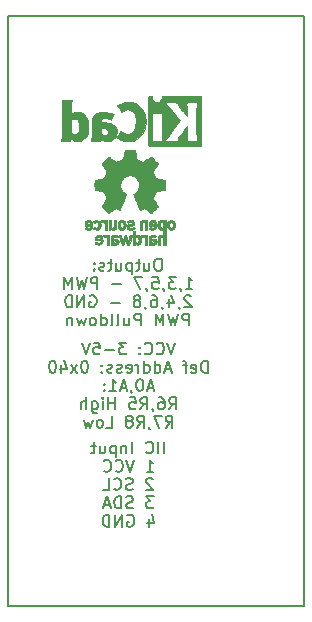
<source format=gbo>
G04 #@! TF.FileFunction,Legend,Bot*
%FSLAX46Y46*%
G04 Gerber Fmt 4.6, Leading zero omitted, Abs format (unit mm)*
G04 Created by KiCad (PCBNEW 4.0.2-stable) date 6/1/2017 8:35:31 PM*
%MOMM*%
G01*
G04 APERTURE LIST*
%ADD10C,0.100000*%
%ADD11C,0.150000*%
%ADD12C,0.010000*%
G04 APERTURE END LIST*
D10*
D11*
X112801067Y-120571381D02*
X112610590Y-120571381D01*
X112515352Y-120619000D01*
X112420114Y-120714238D01*
X112372495Y-120904714D01*
X112372495Y-121238048D01*
X112420114Y-121428524D01*
X112515352Y-121523762D01*
X112610590Y-121571381D01*
X112801067Y-121571381D01*
X112896305Y-121523762D01*
X112991543Y-121428524D01*
X113039162Y-121238048D01*
X113039162Y-120904714D01*
X112991543Y-120714238D01*
X112896305Y-120619000D01*
X112801067Y-120571381D01*
X111515352Y-120904714D02*
X111515352Y-121571381D01*
X111943924Y-120904714D02*
X111943924Y-121428524D01*
X111896305Y-121523762D01*
X111801067Y-121571381D01*
X111658209Y-121571381D01*
X111562971Y-121523762D01*
X111515352Y-121476143D01*
X111182019Y-120904714D02*
X110801067Y-120904714D01*
X111039162Y-120571381D02*
X111039162Y-121428524D01*
X110991543Y-121523762D01*
X110896305Y-121571381D01*
X110801067Y-121571381D01*
X110467733Y-120904714D02*
X110467733Y-121904714D01*
X110467733Y-120952333D02*
X110372495Y-120904714D01*
X110182018Y-120904714D01*
X110086780Y-120952333D01*
X110039161Y-120999952D01*
X109991542Y-121095190D01*
X109991542Y-121380905D01*
X110039161Y-121476143D01*
X110086780Y-121523762D01*
X110182018Y-121571381D01*
X110372495Y-121571381D01*
X110467733Y-121523762D01*
X109134399Y-120904714D02*
X109134399Y-121571381D01*
X109562971Y-120904714D02*
X109562971Y-121428524D01*
X109515352Y-121523762D01*
X109420114Y-121571381D01*
X109277256Y-121571381D01*
X109182018Y-121523762D01*
X109134399Y-121476143D01*
X108801066Y-120904714D02*
X108420114Y-120904714D01*
X108658209Y-120571381D02*
X108658209Y-121428524D01*
X108610590Y-121523762D01*
X108515352Y-121571381D01*
X108420114Y-121571381D01*
X108134399Y-121523762D02*
X108039161Y-121571381D01*
X107848685Y-121571381D01*
X107753446Y-121523762D01*
X107705827Y-121428524D01*
X107705827Y-121380905D01*
X107753446Y-121285667D01*
X107848685Y-121238048D01*
X107991542Y-121238048D01*
X108086780Y-121190429D01*
X108134399Y-121095190D01*
X108134399Y-121047571D01*
X108086780Y-120952333D01*
X107991542Y-120904714D01*
X107848685Y-120904714D01*
X107753446Y-120952333D01*
X107277256Y-121476143D02*
X107229637Y-121523762D01*
X107277256Y-121571381D01*
X107324875Y-121523762D01*
X107277256Y-121476143D01*
X107277256Y-121571381D01*
X107277256Y-120952333D02*
X107229637Y-120999952D01*
X107277256Y-121047571D01*
X107324875Y-120999952D01*
X107277256Y-120952333D01*
X107277256Y-121047571D01*
X115015351Y-123121381D02*
X115586780Y-123121381D01*
X115301066Y-123121381D02*
X115301066Y-122121381D01*
X115396304Y-122264238D01*
X115491542Y-122359476D01*
X115586780Y-122407095D01*
X114539161Y-123073762D02*
X114539161Y-123121381D01*
X114586780Y-123216619D01*
X114634399Y-123264238D01*
X114205828Y-122121381D02*
X113586780Y-122121381D01*
X113920114Y-122502333D01*
X113777256Y-122502333D01*
X113682018Y-122549952D01*
X113634399Y-122597571D01*
X113586780Y-122692810D01*
X113586780Y-122930905D01*
X113634399Y-123026143D01*
X113682018Y-123073762D01*
X113777256Y-123121381D01*
X114062971Y-123121381D01*
X114158209Y-123073762D01*
X114205828Y-123026143D01*
X113110590Y-123073762D02*
X113110590Y-123121381D01*
X113158209Y-123216619D01*
X113205828Y-123264238D01*
X112205828Y-122121381D02*
X112682019Y-122121381D01*
X112729638Y-122597571D01*
X112682019Y-122549952D01*
X112586781Y-122502333D01*
X112348685Y-122502333D01*
X112253447Y-122549952D01*
X112205828Y-122597571D01*
X112158209Y-122692810D01*
X112158209Y-122930905D01*
X112205828Y-123026143D01*
X112253447Y-123073762D01*
X112348685Y-123121381D01*
X112586781Y-123121381D01*
X112682019Y-123073762D01*
X112729638Y-123026143D01*
X111682019Y-123073762D02*
X111682019Y-123121381D01*
X111729638Y-123216619D01*
X111777257Y-123264238D01*
X111348686Y-122121381D02*
X110682019Y-122121381D01*
X111110591Y-123121381D01*
X109539162Y-122740429D02*
X108777257Y-122740429D01*
X107539162Y-123121381D02*
X107539162Y-122121381D01*
X107158209Y-122121381D01*
X107062971Y-122169000D01*
X107015352Y-122216619D01*
X106967733Y-122311857D01*
X106967733Y-122454714D01*
X107015352Y-122549952D01*
X107062971Y-122597571D01*
X107158209Y-122645190D01*
X107539162Y-122645190D01*
X106634400Y-122121381D02*
X106396305Y-123121381D01*
X106205828Y-122407095D01*
X106015352Y-123121381D01*
X105777257Y-122121381D01*
X105396305Y-123121381D02*
X105396305Y-122121381D01*
X105062971Y-122835667D01*
X104729638Y-122121381D01*
X104729638Y-123121381D01*
X115467733Y-123766619D02*
X115420114Y-123719000D01*
X115324876Y-123671381D01*
X115086780Y-123671381D01*
X114991542Y-123719000D01*
X114943923Y-123766619D01*
X114896304Y-123861857D01*
X114896304Y-123957095D01*
X114943923Y-124099952D01*
X115515352Y-124671381D01*
X114896304Y-124671381D01*
X114420114Y-124623762D02*
X114420114Y-124671381D01*
X114467733Y-124766619D01*
X114515352Y-124814238D01*
X113562971Y-124004714D02*
X113562971Y-124671381D01*
X113801067Y-123623762D02*
X114039162Y-124338048D01*
X113420114Y-124338048D01*
X112991543Y-124623762D02*
X112991543Y-124671381D01*
X113039162Y-124766619D01*
X113086781Y-124814238D01*
X112134400Y-123671381D02*
X112324877Y-123671381D01*
X112420115Y-123719000D01*
X112467734Y-123766619D01*
X112562972Y-123909476D01*
X112610591Y-124099952D01*
X112610591Y-124480905D01*
X112562972Y-124576143D01*
X112515353Y-124623762D01*
X112420115Y-124671381D01*
X112229638Y-124671381D01*
X112134400Y-124623762D01*
X112086781Y-124576143D01*
X112039162Y-124480905D01*
X112039162Y-124242810D01*
X112086781Y-124147571D01*
X112134400Y-124099952D01*
X112229638Y-124052333D01*
X112420115Y-124052333D01*
X112515353Y-124099952D01*
X112562972Y-124147571D01*
X112610591Y-124242810D01*
X111562972Y-124623762D02*
X111562972Y-124671381D01*
X111610591Y-124766619D01*
X111658210Y-124814238D01*
X110991544Y-124099952D02*
X111086782Y-124052333D01*
X111134401Y-124004714D01*
X111182020Y-123909476D01*
X111182020Y-123861857D01*
X111134401Y-123766619D01*
X111086782Y-123719000D01*
X110991544Y-123671381D01*
X110801067Y-123671381D01*
X110705829Y-123719000D01*
X110658210Y-123766619D01*
X110610591Y-123861857D01*
X110610591Y-123909476D01*
X110658210Y-124004714D01*
X110705829Y-124052333D01*
X110801067Y-124099952D01*
X110991544Y-124099952D01*
X111086782Y-124147571D01*
X111134401Y-124195190D01*
X111182020Y-124290429D01*
X111182020Y-124480905D01*
X111134401Y-124576143D01*
X111086782Y-124623762D01*
X110991544Y-124671381D01*
X110801067Y-124671381D01*
X110705829Y-124623762D01*
X110658210Y-124576143D01*
X110610591Y-124480905D01*
X110610591Y-124290429D01*
X110658210Y-124195190D01*
X110705829Y-124147571D01*
X110801067Y-124099952D01*
X109420115Y-124290429D02*
X108658210Y-124290429D01*
X106896305Y-123719000D02*
X106991543Y-123671381D01*
X107134400Y-123671381D01*
X107277258Y-123719000D01*
X107372496Y-123814238D01*
X107420115Y-123909476D01*
X107467734Y-124099952D01*
X107467734Y-124242810D01*
X107420115Y-124433286D01*
X107372496Y-124528524D01*
X107277258Y-124623762D01*
X107134400Y-124671381D01*
X107039162Y-124671381D01*
X106896305Y-124623762D01*
X106848686Y-124576143D01*
X106848686Y-124242810D01*
X107039162Y-124242810D01*
X106420115Y-124671381D02*
X106420115Y-123671381D01*
X105848686Y-124671381D01*
X105848686Y-123671381D01*
X105372496Y-124671381D02*
X105372496Y-123671381D01*
X105134401Y-123671381D01*
X104991543Y-123719000D01*
X104896305Y-123814238D01*
X104848686Y-123909476D01*
X104801067Y-124099952D01*
X104801067Y-124242810D01*
X104848686Y-124433286D01*
X104896305Y-124528524D01*
X104991543Y-124623762D01*
X105134401Y-124671381D01*
X105372496Y-124671381D01*
X115277258Y-126221381D02*
X115277258Y-125221381D01*
X114896305Y-125221381D01*
X114801067Y-125269000D01*
X114753448Y-125316619D01*
X114705829Y-125411857D01*
X114705829Y-125554714D01*
X114753448Y-125649952D01*
X114801067Y-125697571D01*
X114896305Y-125745190D01*
X115277258Y-125745190D01*
X114372496Y-125221381D02*
X114134401Y-126221381D01*
X113943924Y-125507095D01*
X113753448Y-126221381D01*
X113515353Y-125221381D01*
X113134401Y-126221381D02*
X113134401Y-125221381D01*
X112801067Y-125935667D01*
X112467734Y-125221381D01*
X112467734Y-126221381D01*
X111229639Y-126221381D02*
X111229639Y-125221381D01*
X110848686Y-125221381D01*
X110753448Y-125269000D01*
X110705829Y-125316619D01*
X110658210Y-125411857D01*
X110658210Y-125554714D01*
X110705829Y-125649952D01*
X110753448Y-125697571D01*
X110848686Y-125745190D01*
X111229639Y-125745190D01*
X109801067Y-125554714D02*
X109801067Y-126221381D01*
X110229639Y-125554714D02*
X110229639Y-126078524D01*
X110182020Y-126173762D01*
X110086782Y-126221381D01*
X109943924Y-126221381D01*
X109848686Y-126173762D01*
X109801067Y-126126143D01*
X109182020Y-126221381D02*
X109277258Y-126173762D01*
X109324877Y-126078524D01*
X109324877Y-125221381D01*
X108658210Y-126221381D02*
X108753448Y-126173762D01*
X108801067Y-126078524D01*
X108801067Y-125221381D01*
X107848685Y-126221381D02*
X107848685Y-125221381D01*
X107848685Y-126173762D02*
X107943923Y-126221381D01*
X108134400Y-126221381D01*
X108229638Y-126173762D01*
X108277257Y-126126143D01*
X108324876Y-126030905D01*
X108324876Y-125745190D01*
X108277257Y-125649952D01*
X108229638Y-125602333D01*
X108134400Y-125554714D01*
X107943923Y-125554714D01*
X107848685Y-125602333D01*
X107229638Y-126221381D02*
X107324876Y-126173762D01*
X107372495Y-126126143D01*
X107420114Y-126030905D01*
X107420114Y-125745190D01*
X107372495Y-125649952D01*
X107324876Y-125602333D01*
X107229638Y-125554714D01*
X107086780Y-125554714D01*
X106991542Y-125602333D01*
X106943923Y-125649952D01*
X106896304Y-125745190D01*
X106896304Y-126030905D01*
X106943923Y-126126143D01*
X106991542Y-126173762D01*
X107086780Y-126221381D01*
X107229638Y-126221381D01*
X106562971Y-125554714D02*
X106372495Y-126221381D01*
X106182018Y-125745190D01*
X105991542Y-126221381D01*
X105801066Y-125554714D01*
X105420114Y-125554714D02*
X105420114Y-126221381D01*
X105420114Y-125649952D02*
X105372495Y-125602333D01*
X105277257Y-125554714D01*
X105134399Y-125554714D01*
X105039161Y-125602333D01*
X104991542Y-125697571D01*
X104991542Y-126221381D01*
X114137581Y-127670381D02*
X113804248Y-128670381D01*
X113470914Y-127670381D01*
X112566152Y-128575143D02*
X112613771Y-128622762D01*
X112756628Y-128670381D01*
X112851866Y-128670381D01*
X112994724Y-128622762D01*
X113089962Y-128527524D01*
X113137581Y-128432286D01*
X113185200Y-128241810D01*
X113185200Y-128098952D01*
X113137581Y-127908476D01*
X113089962Y-127813238D01*
X112994724Y-127718000D01*
X112851866Y-127670381D01*
X112756628Y-127670381D01*
X112613771Y-127718000D01*
X112566152Y-127765619D01*
X111566152Y-128575143D02*
X111613771Y-128622762D01*
X111756628Y-128670381D01*
X111851866Y-128670381D01*
X111994724Y-128622762D01*
X112089962Y-128527524D01*
X112137581Y-128432286D01*
X112185200Y-128241810D01*
X112185200Y-128098952D01*
X112137581Y-127908476D01*
X112089962Y-127813238D01*
X111994724Y-127718000D01*
X111851866Y-127670381D01*
X111756628Y-127670381D01*
X111613771Y-127718000D01*
X111566152Y-127765619D01*
X111137581Y-128575143D02*
X111089962Y-128622762D01*
X111137581Y-128670381D01*
X111185200Y-128622762D01*
X111137581Y-128575143D01*
X111137581Y-128670381D01*
X111137581Y-128051333D02*
X111089962Y-128098952D01*
X111137581Y-128146571D01*
X111185200Y-128098952D01*
X111137581Y-128051333D01*
X111137581Y-128146571D01*
X109994724Y-127670381D02*
X109375676Y-127670381D01*
X109709010Y-128051333D01*
X109566152Y-128051333D01*
X109470914Y-128098952D01*
X109423295Y-128146571D01*
X109375676Y-128241810D01*
X109375676Y-128479905D01*
X109423295Y-128575143D01*
X109470914Y-128622762D01*
X109566152Y-128670381D01*
X109851867Y-128670381D01*
X109947105Y-128622762D01*
X109994724Y-128575143D01*
X108947105Y-128289429D02*
X108185200Y-128289429D01*
X107232819Y-127670381D02*
X107709010Y-127670381D01*
X107756629Y-128146571D01*
X107709010Y-128098952D01*
X107613772Y-128051333D01*
X107375676Y-128051333D01*
X107280438Y-128098952D01*
X107232819Y-128146571D01*
X107185200Y-128241810D01*
X107185200Y-128479905D01*
X107232819Y-128575143D01*
X107280438Y-128622762D01*
X107375676Y-128670381D01*
X107613772Y-128670381D01*
X107709010Y-128622762D01*
X107756629Y-128575143D01*
X106899486Y-127670381D02*
X106566153Y-128670381D01*
X106232819Y-127670381D01*
X116875677Y-130220381D02*
X116875677Y-129220381D01*
X116637582Y-129220381D01*
X116494724Y-129268000D01*
X116399486Y-129363238D01*
X116351867Y-129458476D01*
X116304248Y-129648952D01*
X116304248Y-129791810D01*
X116351867Y-129982286D01*
X116399486Y-130077524D01*
X116494724Y-130172762D01*
X116637582Y-130220381D01*
X116875677Y-130220381D01*
X115494724Y-130172762D02*
X115589962Y-130220381D01*
X115780439Y-130220381D01*
X115875677Y-130172762D01*
X115923296Y-130077524D01*
X115923296Y-129696571D01*
X115875677Y-129601333D01*
X115780439Y-129553714D01*
X115589962Y-129553714D01*
X115494724Y-129601333D01*
X115447105Y-129696571D01*
X115447105Y-129791810D01*
X115923296Y-129887048D01*
X115161391Y-129553714D02*
X114780439Y-129553714D01*
X115018534Y-130220381D02*
X115018534Y-129363238D01*
X114970915Y-129268000D01*
X114875677Y-129220381D01*
X114780439Y-129220381D01*
X113732819Y-129934667D02*
X113256628Y-129934667D01*
X113828057Y-130220381D02*
X113494724Y-129220381D01*
X113161390Y-130220381D01*
X112399485Y-130220381D02*
X112399485Y-129220381D01*
X112399485Y-130172762D02*
X112494723Y-130220381D01*
X112685200Y-130220381D01*
X112780438Y-130172762D01*
X112828057Y-130125143D01*
X112875676Y-130029905D01*
X112875676Y-129744190D01*
X112828057Y-129648952D01*
X112780438Y-129601333D01*
X112685200Y-129553714D01*
X112494723Y-129553714D01*
X112399485Y-129601333D01*
X111494723Y-130220381D02*
X111494723Y-129220381D01*
X111494723Y-130172762D02*
X111589961Y-130220381D01*
X111780438Y-130220381D01*
X111875676Y-130172762D01*
X111923295Y-130125143D01*
X111970914Y-130029905D01*
X111970914Y-129744190D01*
X111923295Y-129648952D01*
X111875676Y-129601333D01*
X111780438Y-129553714D01*
X111589961Y-129553714D01*
X111494723Y-129601333D01*
X111018533Y-130220381D02*
X111018533Y-129553714D01*
X111018533Y-129744190D02*
X110970914Y-129648952D01*
X110923295Y-129601333D01*
X110828057Y-129553714D01*
X110732818Y-129553714D01*
X110018532Y-130172762D02*
X110113770Y-130220381D01*
X110304247Y-130220381D01*
X110399485Y-130172762D01*
X110447104Y-130077524D01*
X110447104Y-129696571D01*
X110399485Y-129601333D01*
X110304247Y-129553714D01*
X110113770Y-129553714D01*
X110018532Y-129601333D01*
X109970913Y-129696571D01*
X109970913Y-129791810D01*
X110447104Y-129887048D01*
X109589961Y-130172762D02*
X109494723Y-130220381D01*
X109304247Y-130220381D01*
X109209008Y-130172762D01*
X109161389Y-130077524D01*
X109161389Y-130029905D01*
X109209008Y-129934667D01*
X109304247Y-129887048D01*
X109447104Y-129887048D01*
X109542342Y-129839429D01*
X109589961Y-129744190D01*
X109589961Y-129696571D01*
X109542342Y-129601333D01*
X109447104Y-129553714D01*
X109304247Y-129553714D01*
X109209008Y-129601333D01*
X108780437Y-130172762D02*
X108685199Y-130220381D01*
X108494723Y-130220381D01*
X108399484Y-130172762D01*
X108351865Y-130077524D01*
X108351865Y-130029905D01*
X108399484Y-129934667D01*
X108494723Y-129887048D01*
X108637580Y-129887048D01*
X108732818Y-129839429D01*
X108780437Y-129744190D01*
X108780437Y-129696571D01*
X108732818Y-129601333D01*
X108637580Y-129553714D01*
X108494723Y-129553714D01*
X108399484Y-129601333D01*
X107923294Y-130125143D02*
X107875675Y-130172762D01*
X107923294Y-130220381D01*
X107970913Y-130172762D01*
X107923294Y-130125143D01*
X107923294Y-130220381D01*
X107923294Y-129601333D02*
X107875675Y-129648952D01*
X107923294Y-129696571D01*
X107970913Y-129648952D01*
X107923294Y-129601333D01*
X107923294Y-129696571D01*
X106494723Y-129220381D02*
X106399484Y-129220381D01*
X106304246Y-129268000D01*
X106256627Y-129315619D01*
X106209008Y-129410857D01*
X106161389Y-129601333D01*
X106161389Y-129839429D01*
X106209008Y-130029905D01*
X106256627Y-130125143D01*
X106304246Y-130172762D01*
X106399484Y-130220381D01*
X106494723Y-130220381D01*
X106589961Y-130172762D01*
X106637580Y-130125143D01*
X106685199Y-130029905D01*
X106732818Y-129839429D01*
X106732818Y-129601333D01*
X106685199Y-129410857D01*
X106637580Y-129315619D01*
X106589961Y-129268000D01*
X106494723Y-129220381D01*
X105828056Y-130220381D02*
X105304246Y-129553714D01*
X105828056Y-129553714D02*
X105304246Y-130220381D01*
X104494722Y-129553714D02*
X104494722Y-130220381D01*
X104732818Y-129172762D02*
X104970913Y-129887048D01*
X104351865Y-129887048D01*
X103780437Y-129220381D02*
X103685198Y-129220381D01*
X103589960Y-129268000D01*
X103542341Y-129315619D01*
X103494722Y-129410857D01*
X103447103Y-129601333D01*
X103447103Y-129839429D01*
X103494722Y-130029905D01*
X103542341Y-130125143D01*
X103589960Y-130172762D01*
X103685198Y-130220381D01*
X103780437Y-130220381D01*
X103875675Y-130172762D01*
X103923294Y-130125143D01*
X103970913Y-130029905D01*
X104018532Y-129839429D01*
X104018532Y-129601333D01*
X103970913Y-129410857D01*
X103923294Y-129315619D01*
X103875675Y-129268000D01*
X103780437Y-129220381D01*
X112280438Y-131484667D02*
X111804247Y-131484667D01*
X112375676Y-131770381D02*
X112042343Y-130770381D01*
X111709009Y-131770381D01*
X111185200Y-130770381D02*
X111089961Y-130770381D01*
X110994723Y-130818000D01*
X110947104Y-130865619D01*
X110899485Y-130960857D01*
X110851866Y-131151333D01*
X110851866Y-131389429D01*
X110899485Y-131579905D01*
X110947104Y-131675143D01*
X110994723Y-131722762D01*
X111089961Y-131770381D01*
X111185200Y-131770381D01*
X111280438Y-131722762D01*
X111328057Y-131675143D01*
X111375676Y-131579905D01*
X111423295Y-131389429D01*
X111423295Y-131151333D01*
X111375676Y-130960857D01*
X111328057Y-130865619D01*
X111280438Y-130818000D01*
X111185200Y-130770381D01*
X110375676Y-131722762D02*
X110375676Y-131770381D01*
X110423295Y-131865619D01*
X110470914Y-131913238D01*
X109994724Y-131484667D02*
X109518533Y-131484667D01*
X110089962Y-131770381D02*
X109756629Y-130770381D01*
X109423295Y-131770381D01*
X108566152Y-131770381D02*
X109137581Y-131770381D01*
X108851867Y-131770381D02*
X108851867Y-130770381D01*
X108947105Y-130913238D01*
X109042343Y-131008476D01*
X109137581Y-131056095D01*
X108137581Y-131675143D02*
X108089962Y-131722762D01*
X108137581Y-131770381D01*
X108185200Y-131722762D01*
X108137581Y-131675143D01*
X108137581Y-131770381D01*
X108137581Y-131151333D02*
X108089962Y-131198952D01*
X108137581Y-131246571D01*
X108185200Y-131198952D01*
X108137581Y-131151333D01*
X108137581Y-131246571D01*
X113613771Y-133320381D02*
X113947105Y-132844190D01*
X114185200Y-133320381D02*
X114185200Y-132320381D01*
X113804247Y-132320381D01*
X113709009Y-132368000D01*
X113661390Y-132415619D01*
X113613771Y-132510857D01*
X113613771Y-132653714D01*
X113661390Y-132748952D01*
X113709009Y-132796571D01*
X113804247Y-132844190D01*
X114185200Y-132844190D01*
X112756628Y-132320381D02*
X112947105Y-132320381D01*
X113042343Y-132368000D01*
X113089962Y-132415619D01*
X113185200Y-132558476D01*
X113232819Y-132748952D01*
X113232819Y-133129905D01*
X113185200Y-133225143D01*
X113137581Y-133272762D01*
X113042343Y-133320381D01*
X112851866Y-133320381D01*
X112756628Y-133272762D01*
X112709009Y-133225143D01*
X112661390Y-133129905D01*
X112661390Y-132891810D01*
X112709009Y-132796571D01*
X112756628Y-132748952D01*
X112851866Y-132701333D01*
X113042343Y-132701333D01*
X113137581Y-132748952D01*
X113185200Y-132796571D01*
X113232819Y-132891810D01*
X112185200Y-133272762D02*
X112185200Y-133320381D01*
X112232819Y-133415619D01*
X112280438Y-133463238D01*
X111185200Y-133320381D02*
X111518534Y-132844190D01*
X111756629Y-133320381D02*
X111756629Y-132320381D01*
X111375676Y-132320381D01*
X111280438Y-132368000D01*
X111232819Y-132415619D01*
X111185200Y-132510857D01*
X111185200Y-132653714D01*
X111232819Y-132748952D01*
X111280438Y-132796571D01*
X111375676Y-132844190D01*
X111756629Y-132844190D01*
X110280438Y-132320381D02*
X110756629Y-132320381D01*
X110804248Y-132796571D01*
X110756629Y-132748952D01*
X110661391Y-132701333D01*
X110423295Y-132701333D01*
X110328057Y-132748952D01*
X110280438Y-132796571D01*
X110232819Y-132891810D01*
X110232819Y-133129905D01*
X110280438Y-133225143D01*
X110328057Y-133272762D01*
X110423295Y-133320381D01*
X110661391Y-133320381D01*
X110756629Y-133272762D01*
X110804248Y-133225143D01*
X109042343Y-133320381D02*
X109042343Y-132320381D01*
X109042343Y-132796571D02*
X108470914Y-132796571D01*
X108470914Y-133320381D02*
X108470914Y-132320381D01*
X107994724Y-133320381D02*
X107994724Y-132653714D01*
X107994724Y-132320381D02*
X108042343Y-132368000D01*
X107994724Y-132415619D01*
X107947105Y-132368000D01*
X107994724Y-132320381D01*
X107994724Y-132415619D01*
X107089962Y-132653714D02*
X107089962Y-133463238D01*
X107137581Y-133558476D01*
X107185200Y-133606095D01*
X107280439Y-133653714D01*
X107423296Y-133653714D01*
X107518534Y-133606095D01*
X107089962Y-133272762D02*
X107185200Y-133320381D01*
X107375677Y-133320381D01*
X107470915Y-133272762D01*
X107518534Y-133225143D01*
X107566153Y-133129905D01*
X107566153Y-132844190D01*
X107518534Y-132748952D01*
X107470915Y-132701333D01*
X107375677Y-132653714D01*
X107185200Y-132653714D01*
X107089962Y-132701333D01*
X106613772Y-133320381D02*
X106613772Y-132320381D01*
X106185200Y-133320381D02*
X106185200Y-132796571D01*
X106232819Y-132701333D01*
X106328057Y-132653714D01*
X106470915Y-132653714D01*
X106566153Y-132701333D01*
X106613772Y-132748952D01*
X113328057Y-134870381D02*
X113661391Y-134394190D01*
X113899486Y-134870381D02*
X113899486Y-133870381D01*
X113518533Y-133870381D01*
X113423295Y-133918000D01*
X113375676Y-133965619D01*
X113328057Y-134060857D01*
X113328057Y-134203714D01*
X113375676Y-134298952D01*
X113423295Y-134346571D01*
X113518533Y-134394190D01*
X113899486Y-134394190D01*
X112994724Y-133870381D02*
X112328057Y-133870381D01*
X112756629Y-134870381D01*
X111899486Y-134822762D02*
X111899486Y-134870381D01*
X111947105Y-134965619D01*
X111994724Y-135013238D01*
X110899486Y-134870381D02*
X111232820Y-134394190D01*
X111470915Y-134870381D02*
X111470915Y-133870381D01*
X111089962Y-133870381D01*
X110994724Y-133918000D01*
X110947105Y-133965619D01*
X110899486Y-134060857D01*
X110899486Y-134203714D01*
X110947105Y-134298952D01*
X110994724Y-134346571D01*
X111089962Y-134394190D01*
X111470915Y-134394190D01*
X110328058Y-134298952D02*
X110423296Y-134251333D01*
X110470915Y-134203714D01*
X110518534Y-134108476D01*
X110518534Y-134060857D01*
X110470915Y-133965619D01*
X110423296Y-133918000D01*
X110328058Y-133870381D01*
X110137581Y-133870381D01*
X110042343Y-133918000D01*
X109994724Y-133965619D01*
X109947105Y-134060857D01*
X109947105Y-134108476D01*
X109994724Y-134203714D01*
X110042343Y-134251333D01*
X110137581Y-134298952D01*
X110328058Y-134298952D01*
X110423296Y-134346571D01*
X110470915Y-134394190D01*
X110518534Y-134489429D01*
X110518534Y-134679905D01*
X110470915Y-134775143D01*
X110423296Y-134822762D01*
X110328058Y-134870381D01*
X110137581Y-134870381D01*
X110042343Y-134822762D01*
X109994724Y-134775143D01*
X109947105Y-134679905D01*
X109947105Y-134489429D01*
X109994724Y-134394190D01*
X110042343Y-134346571D01*
X110137581Y-134298952D01*
X108280438Y-134870381D02*
X108756629Y-134870381D01*
X108756629Y-133870381D01*
X107804248Y-134870381D02*
X107899486Y-134822762D01*
X107947105Y-134775143D01*
X107994724Y-134679905D01*
X107994724Y-134394190D01*
X107947105Y-134298952D01*
X107899486Y-134251333D01*
X107804248Y-134203714D01*
X107661390Y-134203714D01*
X107566152Y-134251333D01*
X107518533Y-134298952D01*
X107470914Y-134394190D01*
X107470914Y-134679905D01*
X107518533Y-134775143D01*
X107566152Y-134822762D01*
X107661390Y-134870381D01*
X107804248Y-134870381D01*
X107137581Y-134203714D02*
X106947105Y-134870381D01*
X106756628Y-134394190D01*
X106566152Y-134870381D01*
X106375676Y-134203714D01*
X113185200Y-137052381D02*
X113185200Y-136052381D01*
X112709010Y-137052381D02*
X112709010Y-136052381D01*
X111661391Y-136957143D02*
X111709010Y-137004762D01*
X111851867Y-137052381D01*
X111947105Y-137052381D01*
X112089963Y-137004762D01*
X112185201Y-136909524D01*
X112232820Y-136814286D01*
X112280439Y-136623810D01*
X112280439Y-136480952D01*
X112232820Y-136290476D01*
X112185201Y-136195238D01*
X112089963Y-136100000D01*
X111947105Y-136052381D01*
X111851867Y-136052381D01*
X111709010Y-136100000D01*
X111661391Y-136147619D01*
X110470915Y-137052381D02*
X110470915Y-136052381D01*
X109994725Y-136385714D02*
X109994725Y-137052381D01*
X109994725Y-136480952D02*
X109947106Y-136433333D01*
X109851868Y-136385714D01*
X109709010Y-136385714D01*
X109613772Y-136433333D01*
X109566153Y-136528571D01*
X109566153Y-137052381D01*
X109089963Y-136385714D02*
X109089963Y-137385714D01*
X109089963Y-136433333D02*
X108994725Y-136385714D01*
X108804248Y-136385714D01*
X108709010Y-136433333D01*
X108661391Y-136480952D01*
X108613772Y-136576190D01*
X108613772Y-136861905D01*
X108661391Y-136957143D01*
X108709010Y-137004762D01*
X108804248Y-137052381D01*
X108994725Y-137052381D01*
X109089963Y-137004762D01*
X107756629Y-136385714D02*
X107756629Y-137052381D01*
X108185201Y-136385714D02*
X108185201Y-136909524D01*
X108137582Y-137004762D01*
X108042344Y-137052381D01*
X107899486Y-137052381D01*
X107804248Y-137004762D01*
X107756629Y-136957143D01*
X107423296Y-136385714D02*
X107042344Y-136385714D01*
X107280439Y-136052381D02*
X107280439Y-136909524D01*
X107232820Y-137004762D01*
X107137582Y-137052381D01*
X107042344Y-137052381D01*
X111709009Y-138602381D02*
X112280438Y-138602381D01*
X111994724Y-138602381D02*
X111994724Y-137602381D01*
X112089962Y-137745238D01*
X112185200Y-137840476D01*
X112280438Y-137888095D01*
X110661390Y-137602381D02*
X110328057Y-138602381D01*
X109994723Y-137602381D01*
X109089961Y-138507143D02*
X109137580Y-138554762D01*
X109280437Y-138602381D01*
X109375675Y-138602381D01*
X109518533Y-138554762D01*
X109613771Y-138459524D01*
X109661390Y-138364286D01*
X109709009Y-138173810D01*
X109709009Y-138030952D01*
X109661390Y-137840476D01*
X109613771Y-137745238D01*
X109518533Y-137650000D01*
X109375675Y-137602381D01*
X109280437Y-137602381D01*
X109137580Y-137650000D01*
X109089961Y-137697619D01*
X108089961Y-138507143D02*
X108137580Y-138554762D01*
X108280437Y-138602381D01*
X108375675Y-138602381D01*
X108518533Y-138554762D01*
X108613771Y-138459524D01*
X108661390Y-138364286D01*
X108709009Y-138173810D01*
X108709009Y-138030952D01*
X108661390Y-137840476D01*
X108613771Y-137745238D01*
X108518533Y-137650000D01*
X108375675Y-137602381D01*
X108280437Y-137602381D01*
X108137580Y-137650000D01*
X108089961Y-137697619D01*
X112232819Y-139247619D02*
X112185200Y-139200000D01*
X112089962Y-139152381D01*
X111851866Y-139152381D01*
X111756628Y-139200000D01*
X111709009Y-139247619D01*
X111661390Y-139342857D01*
X111661390Y-139438095D01*
X111709009Y-139580952D01*
X112280438Y-140152381D01*
X111661390Y-140152381D01*
X110518533Y-140104762D02*
X110375676Y-140152381D01*
X110137580Y-140152381D01*
X110042342Y-140104762D01*
X109994723Y-140057143D01*
X109947104Y-139961905D01*
X109947104Y-139866667D01*
X109994723Y-139771429D01*
X110042342Y-139723810D01*
X110137580Y-139676190D01*
X110328057Y-139628571D01*
X110423295Y-139580952D01*
X110470914Y-139533333D01*
X110518533Y-139438095D01*
X110518533Y-139342857D01*
X110470914Y-139247619D01*
X110423295Y-139200000D01*
X110328057Y-139152381D01*
X110089961Y-139152381D01*
X109947104Y-139200000D01*
X108947104Y-140057143D02*
X108994723Y-140104762D01*
X109137580Y-140152381D01*
X109232818Y-140152381D01*
X109375676Y-140104762D01*
X109470914Y-140009524D01*
X109518533Y-139914286D01*
X109566152Y-139723810D01*
X109566152Y-139580952D01*
X109518533Y-139390476D01*
X109470914Y-139295238D01*
X109375676Y-139200000D01*
X109232818Y-139152381D01*
X109137580Y-139152381D01*
X108994723Y-139200000D01*
X108947104Y-139247619D01*
X108042342Y-140152381D02*
X108518533Y-140152381D01*
X108518533Y-139152381D01*
X112304248Y-140702381D02*
X111685200Y-140702381D01*
X112018534Y-141083333D01*
X111875676Y-141083333D01*
X111780438Y-141130952D01*
X111732819Y-141178571D01*
X111685200Y-141273810D01*
X111685200Y-141511905D01*
X111732819Y-141607143D01*
X111780438Y-141654762D01*
X111875676Y-141702381D01*
X112161391Y-141702381D01*
X112256629Y-141654762D01*
X112304248Y-141607143D01*
X110542343Y-141654762D02*
X110399486Y-141702381D01*
X110161390Y-141702381D01*
X110066152Y-141654762D01*
X110018533Y-141607143D01*
X109970914Y-141511905D01*
X109970914Y-141416667D01*
X110018533Y-141321429D01*
X110066152Y-141273810D01*
X110161390Y-141226190D01*
X110351867Y-141178571D01*
X110447105Y-141130952D01*
X110494724Y-141083333D01*
X110542343Y-140988095D01*
X110542343Y-140892857D01*
X110494724Y-140797619D01*
X110447105Y-140750000D01*
X110351867Y-140702381D01*
X110113771Y-140702381D01*
X109970914Y-140750000D01*
X109542343Y-141702381D02*
X109542343Y-140702381D01*
X109304248Y-140702381D01*
X109161390Y-140750000D01*
X109066152Y-140845238D01*
X109018533Y-140940476D01*
X108970914Y-141130952D01*
X108970914Y-141273810D01*
X109018533Y-141464286D01*
X109066152Y-141559524D01*
X109161390Y-141654762D01*
X109304248Y-141702381D01*
X109542343Y-141702381D01*
X108589962Y-141416667D02*
X108113771Y-141416667D01*
X108685200Y-141702381D02*
X108351867Y-140702381D01*
X108018533Y-141702381D01*
X111899485Y-142585714D02*
X111899485Y-143252381D01*
X112137581Y-142204762D02*
X112375676Y-142919048D01*
X111756628Y-142919048D01*
X110089961Y-142300000D02*
X110185199Y-142252381D01*
X110328056Y-142252381D01*
X110470914Y-142300000D01*
X110566152Y-142395238D01*
X110613771Y-142490476D01*
X110661390Y-142680952D01*
X110661390Y-142823810D01*
X110613771Y-143014286D01*
X110566152Y-143109524D01*
X110470914Y-143204762D01*
X110328056Y-143252381D01*
X110232818Y-143252381D01*
X110089961Y-143204762D01*
X110042342Y-143157143D01*
X110042342Y-142823810D01*
X110232818Y-142823810D01*
X109613771Y-143252381D02*
X109613771Y-142252381D01*
X109042342Y-143252381D01*
X109042342Y-142252381D01*
X108566152Y-143252381D02*
X108566152Y-142252381D01*
X108328057Y-142252381D01*
X108185199Y-142300000D01*
X108089961Y-142395238D01*
X108042342Y-142490476D01*
X107994723Y-142680952D01*
X107994723Y-142823810D01*
X108042342Y-143014286D01*
X108089961Y-143109524D01*
X108185199Y-143204762D01*
X108328057Y-143252381D01*
X108566152Y-143252381D01*
X125000000Y-100000000D02*
X100000000Y-100000000D01*
X125000000Y-150000000D02*
X125000000Y-100000000D01*
X100000000Y-150000000D02*
X125000000Y-150000000D01*
X100000000Y-100000000D02*
X100000000Y-150000000D01*
D12*
G36*
X111937037Y-106754699D02*
X111915245Y-106761976D01*
X111896814Y-106778420D01*
X111881465Y-106807197D01*
X111868919Y-106851474D01*
X111858895Y-106914418D01*
X111851117Y-106999194D01*
X111845304Y-107108971D01*
X111841177Y-107246914D01*
X111838457Y-107416191D01*
X111836865Y-107619968D01*
X111836123Y-107861411D01*
X111835950Y-108143687D01*
X111836068Y-108469964D01*
X111836197Y-108843407D01*
X111836200Y-108902500D01*
X111836278Y-109277884D01*
X111836551Y-109605711D01*
X111837082Y-109889221D01*
X111837931Y-110131658D01*
X111839160Y-110336261D01*
X111840831Y-110506274D01*
X111843005Y-110644939D01*
X111845743Y-110755496D01*
X111849108Y-110841188D01*
X111853159Y-110905257D01*
X111857959Y-110950944D01*
X111863569Y-110981492D01*
X111870051Y-111000141D01*
X111876115Y-111008885D01*
X111887191Y-111015992D01*
X111907399Y-111022213D01*
X111939910Y-111027606D01*
X111987897Y-111032229D01*
X112054533Y-111036140D01*
X112142990Y-111039396D01*
X112256440Y-111042056D01*
X112398056Y-111044175D01*
X112571010Y-111045813D01*
X112778476Y-111047028D01*
X113023624Y-111047876D01*
X113309629Y-111048415D01*
X113639661Y-111048703D01*
X114016895Y-111048798D01*
X114071401Y-111048800D01*
X114455224Y-111048726D01*
X114791420Y-111048467D01*
X115083161Y-111047965D01*
X115333619Y-111047162D01*
X115545968Y-111046000D01*
X115723379Y-111044422D01*
X115869025Y-111042371D01*
X115986078Y-111039787D01*
X116077712Y-111036615D01*
X116147097Y-111032795D01*
X116197408Y-111028271D01*
X116231816Y-111022985D01*
X116253493Y-111016879D01*
X116265613Y-111009895D01*
X116266686Y-111008885D01*
X116273935Y-110997627D01*
X116280262Y-110977152D01*
X116285728Y-110944219D01*
X116290394Y-110895586D01*
X116294322Y-110828011D01*
X116297574Y-110738252D01*
X116300210Y-110623068D01*
X116302293Y-110479217D01*
X116303883Y-110303456D01*
X116305042Y-110092544D01*
X116305832Y-109843239D01*
X116306314Y-109552300D01*
X116306549Y-109216484D01*
X116306600Y-108902500D01*
X116306523Y-108527115D01*
X116306250Y-108199288D01*
X116305719Y-107915778D01*
X116304870Y-107673341D01*
X116303641Y-107468738D01*
X116302452Y-107347729D01*
X116027201Y-107347729D01*
X116016763Y-107372638D01*
X115990456Y-107426844D01*
X115976401Y-107454699D01*
X115965468Y-107477774D01*
X115956226Y-107503420D01*
X115948533Y-107535859D01*
X115942248Y-107579308D01*
X115937228Y-107637988D01*
X115933332Y-107716117D01*
X115930417Y-107817917D01*
X115928343Y-107947605D01*
X115926966Y-108109401D01*
X115926146Y-108307525D01*
X115925741Y-108546197D01*
X115925609Y-108829635D01*
X115925601Y-108966290D01*
X115925961Y-109229726D01*
X115926998Y-109478037D01*
X115928644Y-109706556D01*
X115930832Y-109910618D01*
X115933497Y-110085558D01*
X115936570Y-110226711D01*
X115939985Y-110329410D01*
X115943676Y-110388991D01*
X115946176Y-110402370D01*
X115970600Y-110442136D01*
X115996432Y-110496350D01*
X116026111Y-110566200D01*
X115499606Y-110565811D01*
X115344433Y-110564849D01*
X115210050Y-110562381D01*
X115103401Y-110558674D01*
X115031430Y-110553992D01*
X115001081Y-110548600D01*
X115001306Y-110546761D01*
X115031255Y-110512826D01*
X115067068Y-110454626D01*
X115071156Y-110446811D01*
X115086082Y-110409521D01*
X115097093Y-110359267D01*
X115104731Y-110288556D01*
X115109534Y-110189898D01*
X115112044Y-110055800D01*
X115112799Y-109878772D01*
X115112800Y-109868961D01*
X115111567Y-109691347D01*
X115108004Y-109548876D01*
X115102322Y-109445727D01*
X115094728Y-109386078D01*
X115087986Y-109372400D01*
X115058486Y-109391770D01*
X115020759Y-109438744D01*
X115018485Y-109442250D01*
X114977907Y-109499268D01*
X114943701Y-109537500D01*
X114913253Y-109574632D01*
X114873317Y-109636966D01*
X114859729Y-109660833D01*
X114817580Y-109727930D01*
X114754873Y-109816720D01*
X114683808Y-109910064D01*
X114669858Y-109927533D01*
X114561739Y-110070344D01*
X114471262Y-110206967D01*
X114403011Y-110329349D01*
X114361569Y-110429440D01*
X114350800Y-110487923D01*
X114350800Y-110566200D01*
X113224345Y-110566200D01*
X113236471Y-110552488D01*
X113080800Y-110552488D01*
X113056701Y-110556757D01*
X112989604Y-110560485D01*
X112887311Y-110563448D01*
X112757622Y-110565426D01*
X112608339Y-110566196D01*
X112598200Y-110566200D01*
X112421433Y-110565408D01*
X112290299Y-110562806D01*
X112199653Y-110558056D01*
X112144350Y-110550818D01*
X112119244Y-110540752D01*
X112116408Y-110534450D01*
X112131362Y-110490554D01*
X112154508Y-110453395D01*
X112163702Y-110434692D01*
X112171298Y-110402195D01*
X112177441Y-110351498D01*
X112182273Y-110278196D01*
X112185936Y-110177883D01*
X112188574Y-110046154D01*
X112190330Y-109878604D01*
X112191347Y-109670827D01*
X112191767Y-109418418D01*
X112191800Y-109304045D01*
X112191800Y-108204000D01*
X113056705Y-108204000D01*
X113017953Y-108278938D01*
X113007922Y-108304815D01*
X112999733Y-108343092D01*
X112993208Y-108398607D01*
X112988174Y-108476197D01*
X112984453Y-108580700D01*
X112981871Y-108716954D01*
X112980252Y-108889797D01*
X112979421Y-109104067D01*
X112979200Y-109346750D01*
X112979314Y-109598440D01*
X112979815Y-109804511D01*
X112980945Y-109970147D01*
X112982945Y-110100527D01*
X112986055Y-110200835D01*
X112990517Y-110276251D01*
X112996571Y-110331957D01*
X113004459Y-110373135D01*
X113014421Y-110404967D01*
X113026699Y-110432635D01*
X113030000Y-110439200D01*
X113060910Y-110502636D01*
X113078920Y-110545110D01*
X113080800Y-110552488D01*
X113236471Y-110552488D01*
X113285923Y-110496570D01*
X113329845Y-110447266D01*
X113358027Y-110416290D01*
X113360200Y-110414020D01*
X113417955Y-110350905D01*
X113489437Y-110266689D01*
X113564503Y-110174065D01*
X113633009Y-110085725D01*
X113684812Y-110014361D01*
X113705024Y-109982547D01*
X113745245Y-109918584D01*
X113808738Y-109827299D01*
X113886596Y-109720680D01*
X113969913Y-109610715D01*
X114049783Y-109509390D01*
X114112127Y-109434607D01*
X114172571Y-109357548D01*
X114229241Y-109273943D01*
X114233422Y-109267050D01*
X114360763Y-109068936D01*
X114456406Y-108938356D01*
X114526364Y-108847212D01*
X114444932Y-108759760D01*
X114374740Y-108680661D01*
X114284685Y-108573892D01*
X114185343Y-108452451D01*
X114087293Y-108329339D01*
X114001111Y-108217555D01*
X113972249Y-108178815D01*
X113667459Y-107798892D01*
X113428121Y-107541787D01*
X113229341Y-107340400D01*
X113774653Y-107340400D01*
X113959850Y-107340523D01*
X114100402Y-107341861D01*
X114202463Y-107345867D01*
X114272188Y-107353993D01*
X114315731Y-107367691D01*
X114339247Y-107388416D01*
X114348889Y-107417618D01*
X114350814Y-107456751D01*
X114350800Y-107476390D01*
X114366388Y-107529842D01*
X114405459Y-107597121D01*
X114423101Y-107620362D01*
X114481748Y-107697668D01*
X114544510Y-107788586D01*
X114566598Y-107823000D01*
X114609848Y-107889764D01*
X114643488Y-107936931D01*
X114655161Y-107950000D01*
X114684955Y-107979339D01*
X114734155Y-108035018D01*
X114793878Y-108106108D01*
X114855238Y-108181681D01*
X114909353Y-108250808D01*
X114947337Y-108302561D01*
X114960400Y-108325483D01*
X114977218Y-108354974D01*
X115019254Y-108402717D01*
X115036601Y-108419900D01*
X115112801Y-108492904D01*
X115112800Y-108073088D01*
X115111207Y-107890302D01*
X115105505Y-107747476D01*
X115094307Y-107633840D01*
X115076228Y-107538629D01*
X115049882Y-107451075D01*
X115024236Y-107384850D01*
X115021006Y-107369771D01*
X115029751Y-107358538D01*
X115056695Y-107350591D01*
X115108062Y-107345367D01*
X115190076Y-107342303D01*
X115308961Y-107340838D01*
X115470940Y-107340410D01*
X115516483Y-107340400D01*
X115671317Y-107340746D01*
X115807278Y-107341712D01*
X115916783Y-107343190D01*
X115992249Y-107345071D01*
X116026092Y-107347245D01*
X116027201Y-107347729D01*
X116302452Y-107347729D01*
X116301970Y-107298725D01*
X116299796Y-107160060D01*
X116297058Y-107049503D01*
X116293693Y-106963811D01*
X116289642Y-106899742D01*
X116284842Y-106854055D01*
X116279232Y-106823507D01*
X116272750Y-106804858D01*
X116266686Y-106796114D01*
X116254222Y-106787934D01*
X116231963Y-106780938D01*
X116196209Y-106775034D01*
X116143259Y-106770133D01*
X116069412Y-106766144D01*
X115970969Y-106762978D01*
X115844227Y-106760544D01*
X115685487Y-106758752D01*
X115491047Y-106757511D01*
X115257207Y-106756733D01*
X114980265Y-106756326D01*
X114656522Y-106756200D01*
X113030000Y-106756200D01*
X113030000Y-106852418D01*
X113009921Y-106968335D01*
X112956875Y-107087000D01*
X112881646Y-107187991D01*
X112829394Y-107232244D01*
X112715854Y-107279370D01*
X112584900Y-107289636D01*
X112450772Y-107265918D01*
X112327710Y-107211089D01*
X112229952Y-107128023D01*
X112214600Y-107108147D01*
X112167594Y-107007428D01*
X112145961Y-106891877D01*
X112134710Y-106756199D01*
X112025370Y-106756200D01*
X111991820Y-106754977D01*
X111962469Y-106753421D01*
X111937037Y-106754699D01*
X111937037Y-106754699D01*
G37*
X111937037Y-106754699D02*
X111915245Y-106761976D01*
X111896814Y-106778420D01*
X111881465Y-106807197D01*
X111868919Y-106851474D01*
X111858895Y-106914418D01*
X111851117Y-106999194D01*
X111845304Y-107108971D01*
X111841177Y-107246914D01*
X111838457Y-107416191D01*
X111836865Y-107619968D01*
X111836123Y-107861411D01*
X111835950Y-108143687D01*
X111836068Y-108469964D01*
X111836197Y-108843407D01*
X111836200Y-108902500D01*
X111836278Y-109277884D01*
X111836551Y-109605711D01*
X111837082Y-109889221D01*
X111837931Y-110131658D01*
X111839160Y-110336261D01*
X111840831Y-110506274D01*
X111843005Y-110644939D01*
X111845743Y-110755496D01*
X111849108Y-110841188D01*
X111853159Y-110905257D01*
X111857959Y-110950944D01*
X111863569Y-110981492D01*
X111870051Y-111000141D01*
X111876115Y-111008885D01*
X111887191Y-111015992D01*
X111907399Y-111022213D01*
X111939910Y-111027606D01*
X111987897Y-111032229D01*
X112054533Y-111036140D01*
X112142990Y-111039396D01*
X112256440Y-111042056D01*
X112398056Y-111044175D01*
X112571010Y-111045813D01*
X112778476Y-111047028D01*
X113023624Y-111047876D01*
X113309629Y-111048415D01*
X113639661Y-111048703D01*
X114016895Y-111048798D01*
X114071401Y-111048800D01*
X114455224Y-111048726D01*
X114791420Y-111048467D01*
X115083161Y-111047965D01*
X115333619Y-111047162D01*
X115545968Y-111046000D01*
X115723379Y-111044422D01*
X115869025Y-111042371D01*
X115986078Y-111039787D01*
X116077712Y-111036615D01*
X116147097Y-111032795D01*
X116197408Y-111028271D01*
X116231816Y-111022985D01*
X116253493Y-111016879D01*
X116265613Y-111009895D01*
X116266686Y-111008885D01*
X116273935Y-110997627D01*
X116280262Y-110977152D01*
X116285728Y-110944219D01*
X116290394Y-110895586D01*
X116294322Y-110828011D01*
X116297574Y-110738252D01*
X116300210Y-110623068D01*
X116302293Y-110479217D01*
X116303883Y-110303456D01*
X116305042Y-110092544D01*
X116305832Y-109843239D01*
X116306314Y-109552300D01*
X116306549Y-109216484D01*
X116306600Y-108902500D01*
X116306523Y-108527115D01*
X116306250Y-108199288D01*
X116305719Y-107915778D01*
X116304870Y-107673341D01*
X116303641Y-107468738D01*
X116302452Y-107347729D01*
X116027201Y-107347729D01*
X116016763Y-107372638D01*
X115990456Y-107426844D01*
X115976401Y-107454699D01*
X115965468Y-107477774D01*
X115956226Y-107503420D01*
X115948533Y-107535859D01*
X115942248Y-107579308D01*
X115937228Y-107637988D01*
X115933332Y-107716117D01*
X115930417Y-107817917D01*
X115928343Y-107947605D01*
X115926966Y-108109401D01*
X115926146Y-108307525D01*
X115925741Y-108546197D01*
X115925609Y-108829635D01*
X115925601Y-108966290D01*
X115925961Y-109229726D01*
X115926998Y-109478037D01*
X115928644Y-109706556D01*
X115930832Y-109910618D01*
X115933497Y-110085558D01*
X115936570Y-110226711D01*
X115939985Y-110329410D01*
X115943676Y-110388991D01*
X115946176Y-110402370D01*
X115970600Y-110442136D01*
X115996432Y-110496350D01*
X116026111Y-110566200D01*
X115499606Y-110565811D01*
X115344433Y-110564849D01*
X115210050Y-110562381D01*
X115103401Y-110558674D01*
X115031430Y-110553992D01*
X115001081Y-110548600D01*
X115001306Y-110546761D01*
X115031255Y-110512826D01*
X115067068Y-110454626D01*
X115071156Y-110446811D01*
X115086082Y-110409521D01*
X115097093Y-110359267D01*
X115104731Y-110288556D01*
X115109534Y-110189898D01*
X115112044Y-110055800D01*
X115112799Y-109878772D01*
X115112800Y-109868961D01*
X115111567Y-109691347D01*
X115108004Y-109548876D01*
X115102322Y-109445727D01*
X115094728Y-109386078D01*
X115087986Y-109372400D01*
X115058486Y-109391770D01*
X115020759Y-109438744D01*
X115018485Y-109442250D01*
X114977907Y-109499268D01*
X114943701Y-109537500D01*
X114913253Y-109574632D01*
X114873317Y-109636966D01*
X114859729Y-109660833D01*
X114817580Y-109727930D01*
X114754873Y-109816720D01*
X114683808Y-109910064D01*
X114669858Y-109927533D01*
X114561739Y-110070344D01*
X114471262Y-110206967D01*
X114403011Y-110329349D01*
X114361569Y-110429440D01*
X114350800Y-110487923D01*
X114350800Y-110566200D01*
X113224345Y-110566200D01*
X113236471Y-110552488D01*
X113080800Y-110552488D01*
X113056701Y-110556757D01*
X112989604Y-110560485D01*
X112887311Y-110563448D01*
X112757622Y-110565426D01*
X112608339Y-110566196D01*
X112598200Y-110566200D01*
X112421433Y-110565408D01*
X112290299Y-110562806D01*
X112199653Y-110558056D01*
X112144350Y-110550818D01*
X112119244Y-110540752D01*
X112116408Y-110534450D01*
X112131362Y-110490554D01*
X112154508Y-110453395D01*
X112163702Y-110434692D01*
X112171298Y-110402195D01*
X112177441Y-110351498D01*
X112182273Y-110278196D01*
X112185936Y-110177883D01*
X112188574Y-110046154D01*
X112190330Y-109878604D01*
X112191347Y-109670827D01*
X112191767Y-109418418D01*
X112191800Y-109304045D01*
X112191800Y-108204000D01*
X113056705Y-108204000D01*
X113017953Y-108278938D01*
X113007922Y-108304815D01*
X112999733Y-108343092D01*
X112993208Y-108398607D01*
X112988174Y-108476197D01*
X112984453Y-108580700D01*
X112981871Y-108716954D01*
X112980252Y-108889797D01*
X112979421Y-109104067D01*
X112979200Y-109346750D01*
X112979314Y-109598440D01*
X112979815Y-109804511D01*
X112980945Y-109970147D01*
X112982945Y-110100527D01*
X112986055Y-110200835D01*
X112990517Y-110276251D01*
X112996571Y-110331957D01*
X113004459Y-110373135D01*
X113014421Y-110404967D01*
X113026699Y-110432635D01*
X113030000Y-110439200D01*
X113060910Y-110502636D01*
X113078920Y-110545110D01*
X113080800Y-110552488D01*
X113236471Y-110552488D01*
X113285923Y-110496570D01*
X113329845Y-110447266D01*
X113358027Y-110416290D01*
X113360200Y-110414020D01*
X113417955Y-110350905D01*
X113489437Y-110266689D01*
X113564503Y-110174065D01*
X113633009Y-110085725D01*
X113684812Y-110014361D01*
X113705024Y-109982547D01*
X113745245Y-109918584D01*
X113808738Y-109827299D01*
X113886596Y-109720680D01*
X113969913Y-109610715D01*
X114049783Y-109509390D01*
X114112127Y-109434607D01*
X114172571Y-109357548D01*
X114229241Y-109273943D01*
X114233422Y-109267050D01*
X114360763Y-109068936D01*
X114456406Y-108938356D01*
X114526364Y-108847212D01*
X114444932Y-108759760D01*
X114374740Y-108680661D01*
X114284685Y-108573892D01*
X114185343Y-108452451D01*
X114087293Y-108329339D01*
X114001111Y-108217555D01*
X113972249Y-108178815D01*
X113667459Y-107798892D01*
X113428121Y-107541787D01*
X113229341Y-107340400D01*
X113774653Y-107340400D01*
X113959850Y-107340523D01*
X114100402Y-107341861D01*
X114202463Y-107345867D01*
X114272188Y-107353993D01*
X114315731Y-107367691D01*
X114339247Y-107388416D01*
X114348889Y-107417618D01*
X114350814Y-107456751D01*
X114350800Y-107476390D01*
X114366388Y-107529842D01*
X114405459Y-107597121D01*
X114423101Y-107620362D01*
X114481748Y-107697668D01*
X114544510Y-107788586D01*
X114566598Y-107823000D01*
X114609848Y-107889764D01*
X114643488Y-107936931D01*
X114655161Y-107950000D01*
X114684955Y-107979339D01*
X114734155Y-108035018D01*
X114793878Y-108106108D01*
X114855238Y-108181681D01*
X114909353Y-108250808D01*
X114947337Y-108302561D01*
X114960400Y-108325483D01*
X114977218Y-108354974D01*
X115019254Y-108402717D01*
X115036601Y-108419900D01*
X115112801Y-108492904D01*
X115112800Y-108073088D01*
X115111207Y-107890302D01*
X115105505Y-107747476D01*
X115094307Y-107633840D01*
X115076228Y-107538629D01*
X115049882Y-107451075D01*
X115024236Y-107384850D01*
X115021006Y-107369771D01*
X115029751Y-107358538D01*
X115056695Y-107350591D01*
X115108062Y-107345367D01*
X115190076Y-107342303D01*
X115308961Y-107340838D01*
X115470940Y-107340410D01*
X115516483Y-107340400D01*
X115671317Y-107340746D01*
X115807278Y-107341712D01*
X115916783Y-107343190D01*
X115992249Y-107345071D01*
X116026092Y-107347245D01*
X116027201Y-107347729D01*
X116302452Y-107347729D01*
X116301970Y-107298725D01*
X116299796Y-107160060D01*
X116297058Y-107049503D01*
X116293693Y-106963811D01*
X116289642Y-106899742D01*
X116284842Y-106854055D01*
X116279232Y-106823507D01*
X116272750Y-106804858D01*
X116266686Y-106796114D01*
X116254222Y-106787934D01*
X116231963Y-106780938D01*
X116196209Y-106775034D01*
X116143259Y-106770133D01*
X116069412Y-106766144D01*
X115970969Y-106762978D01*
X115844227Y-106760544D01*
X115685487Y-106758752D01*
X115491047Y-106757511D01*
X115257207Y-106756733D01*
X114980265Y-106756326D01*
X114656522Y-106756200D01*
X113030000Y-106756200D01*
X113030000Y-106852418D01*
X113009921Y-106968335D01*
X112956875Y-107087000D01*
X112881646Y-107187991D01*
X112829394Y-107232244D01*
X112715854Y-107279370D01*
X112584900Y-107289636D01*
X112450772Y-107265918D01*
X112327710Y-107211089D01*
X112229952Y-107128023D01*
X112214600Y-107108147D01*
X112167594Y-107007428D01*
X112145961Y-106891877D01*
X112134710Y-106756199D01*
X112025370Y-106756200D01*
X111991820Y-106754977D01*
X111962469Y-106753421D01*
X111937037Y-106754699D01*
G36*
X109843724Y-107318341D02*
X109802489Y-107328143D01*
X109731521Y-107350829D01*
X109636227Y-107386963D01*
X109528879Y-107431187D01*
X109421747Y-107478147D01*
X109327102Y-107522487D01*
X109257215Y-107558851D01*
X109226336Y-107579598D01*
X109236026Y-107602582D01*
X109268364Y-107657508D01*
X109316936Y-107734651D01*
X109375326Y-107824288D01*
X109437119Y-107916695D01*
X109495898Y-108002151D01*
X109545248Y-108070930D01*
X109577723Y-108112159D01*
X109606164Y-108109624D01*
X109658319Y-108079335D01*
X109701993Y-108045312D01*
X109847102Y-107953226D01*
X110011913Y-107907559D01*
X110170302Y-107906284D01*
X110341002Y-107946902D01*
X110485141Y-108030127D01*
X110602155Y-108154925D01*
X110691481Y-108320260D01*
X110752557Y-108525097D01*
X110784819Y-108768401D01*
X110787974Y-109042200D01*
X110766533Y-109289826D01*
X110721416Y-109495741D01*
X110650770Y-109664105D01*
X110552743Y-109799080D01*
X110425483Y-109904826D01*
X110395821Y-109923151D01*
X110318627Y-109963415D01*
X110247162Y-109984876D01*
X110159373Y-109992676D01*
X110096300Y-109993009D01*
X109936583Y-109977354D01*
X109797853Y-109929392D01*
X109663775Y-109842613D01*
X109613554Y-109800663D01*
X109559308Y-109756162D01*
X109522986Y-109732225D01*
X109515345Y-109730969D01*
X109493184Y-109764288D01*
X109453902Y-109828333D01*
X109403170Y-109913348D01*
X109346657Y-110009575D01*
X109290034Y-110107257D01*
X109238969Y-110196636D01*
X109199135Y-110267956D01*
X109176199Y-110311460D01*
X109172947Y-110320180D01*
X109198182Y-110333554D01*
X109256056Y-110364253D01*
X109334338Y-110405786D01*
X109338943Y-110408230D01*
X109501253Y-110488612D01*
X109644188Y-110543928D01*
X109786128Y-110578986D01*
X109945453Y-110598593D01*
X110096300Y-110606340D01*
X110289115Y-110607569D01*
X110441150Y-110598113D01*
X110531964Y-110582565D01*
X110764199Y-110497718D01*
X110977241Y-110368718D01*
X111167034Y-110199906D01*
X111329522Y-109995623D01*
X111460648Y-109760209D01*
X111556356Y-109498005D01*
X111560852Y-109481632D01*
X111597150Y-109295026D01*
X111616055Y-109080920D01*
X111617577Y-108857257D01*
X111601731Y-108641982D01*
X111568528Y-108453040D01*
X111560103Y-108421044D01*
X111458339Y-108147435D01*
X111315668Y-107901468D01*
X111134596Y-107686653D01*
X110917630Y-107506495D01*
X110896400Y-107492082D01*
X110718756Y-107399504D01*
X110510702Y-107333748D01*
X110286202Y-107296907D01*
X110059222Y-107291073D01*
X109843724Y-107318341D01*
X109843724Y-107318341D01*
G37*
X109843724Y-107318341D02*
X109802489Y-107328143D01*
X109731521Y-107350829D01*
X109636227Y-107386963D01*
X109528879Y-107431187D01*
X109421747Y-107478147D01*
X109327102Y-107522487D01*
X109257215Y-107558851D01*
X109226336Y-107579598D01*
X109236026Y-107602582D01*
X109268364Y-107657508D01*
X109316936Y-107734651D01*
X109375326Y-107824288D01*
X109437119Y-107916695D01*
X109495898Y-108002151D01*
X109545248Y-108070930D01*
X109577723Y-108112159D01*
X109606164Y-108109624D01*
X109658319Y-108079335D01*
X109701993Y-108045312D01*
X109847102Y-107953226D01*
X110011913Y-107907559D01*
X110170302Y-107906284D01*
X110341002Y-107946902D01*
X110485141Y-108030127D01*
X110602155Y-108154925D01*
X110691481Y-108320260D01*
X110752557Y-108525097D01*
X110784819Y-108768401D01*
X110787974Y-109042200D01*
X110766533Y-109289826D01*
X110721416Y-109495741D01*
X110650770Y-109664105D01*
X110552743Y-109799080D01*
X110425483Y-109904826D01*
X110395821Y-109923151D01*
X110318627Y-109963415D01*
X110247162Y-109984876D01*
X110159373Y-109992676D01*
X110096300Y-109993009D01*
X109936583Y-109977354D01*
X109797853Y-109929392D01*
X109663775Y-109842613D01*
X109613554Y-109800663D01*
X109559308Y-109756162D01*
X109522986Y-109732225D01*
X109515345Y-109730969D01*
X109493184Y-109764288D01*
X109453902Y-109828333D01*
X109403170Y-109913348D01*
X109346657Y-110009575D01*
X109290034Y-110107257D01*
X109238969Y-110196636D01*
X109199135Y-110267956D01*
X109176199Y-110311460D01*
X109172947Y-110320180D01*
X109198182Y-110333554D01*
X109256056Y-110364253D01*
X109334338Y-110405786D01*
X109338943Y-110408230D01*
X109501253Y-110488612D01*
X109644188Y-110543928D01*
X109786128Y-110578986D01*
X109945453Y-110598593D01*
X110096300Y-110606340D01*
X110289115Y-110607569D01*
X110441150Y-110598113D01*
X110531964Y-110582565D01*
X110764199Y-110497718D01*
X110977241Y-110368718D01*
X111167034Y-110199906D01*
X111329522Y-109995623D01*
X111460648Y-109760209D01*
X111556356Y-109498005D01*
X111560852Y-109481632D01*
X111597150Y-109295026D01*
X111616055Y-109080920D01*
X111617577Y-108857257D01*
X111601731Y-108641982D01*
X111568528Y-108453040D01*
X111560103Y-108421044D01*
X111458339Y-108147435D01*
X111315668Y-107901468D01*
X111134596Y-107686653D01*
X110917630Y-107506495D01*
X110896400Y-107492082D01*
X110718756Y-107399504D01*
X110510702Y-107333748D01*
X110286202Y-107296907D01*
X110059222Y-107291073D01*
X109843724Y-107318341D01*
G36*
X107760780Y-108164359D02*
X107584824Y-108204264D01*
X107465887Y-108248895D01*
X107373302Y-108304778D01*
X107290621Y-108378360D01*
X107237483Y-108433188D01*
X107194004Y-108484829D01*
X107159109Y-108538992D01*
X107131724Y-108601387D01*
X107110776Y-108677723D01*
X107095191Y-108773710D01*
X107083896Y-108895058D01*
X107075815Y-109047475D01*
X107069877Y-109236670D01*
X107065006Y-109468355D01*
X107062851Y-109589477D01*
X107058593Y-109821434D01*
X107054470Y-110008051D01*
X107050124Y-110154785D01*
X107045197Y-110267095D01*
X107039332Y-110350437D01*
X107032169Y-110410269D01*
X107023351Y-110452049D01*
X107012520Y-110481234D01*
X107003265Y-110497527D01*
X106958229Y-110566200D01*
X107768982Y-110566200D01*
X107784900Y-110412698D01*
X107884298Y-110480483D01*
X108040454Y-110559254D01*
X108221308Y-110605178D01*
X108411105Y-110616137D01*
X108594091Y-110590011D01*
X108627566Y-110580436D01*
X108813971Y-110498112D01*
X108964880Y-110380585D01*
X109077748Y-110231321D01*
X109150025Y-110053786D01*
X109179165Y-109851443D01*
X109179612Y-109829600D01*
X109178948Y-109800545D01*
X108450693Y-109800545D01*
X108446437Y-109889884D01*
X108436310Y-109920502D01*
X108373621Y-110001089D01*
X108278677Y-110055481D01*
X108165073Y-110079352D01*
X108046404Y-110068378D01*
X108008804Y-110056508D01*
X107921617Y-110014968D01*
X107865976Y-109962366D01*
X107835506Y-109887280D01*
X107823834Y-109778289D01*
X107823000Y-109723572D01*
X107823000Y-109524800D01*
X107988916Y-109524800D01*
X108152653Y-109539824D01*
X108291272Y-109582733D01*
X108386724Y-109643555D01*
X108429331Y-109710298D01*
X108450693Y-109800545D01*
X109178948Y-109800545D01*
X109176997Y-109715273D01*
X109163349Y-109627974D01*
X109133850Y-109544311D01*
X109110518Y-109494215D01*
X109006177Y-109337636D01*
X108861796Y-109211758D01*
X108678031Y-109116878D01*
X108455538Y-109053291D01*
X108194974Y-109021295D01*
X108054606Y-109017241D01*
X107816312Y-109016800D01*
X107830204Y-108913228D01*
X107866138Y-108799960D01*
X107938056Y-108721507D01*
X108044676Y-108678163D01*
X108184713Y-108670223D01*
X108356884Y-108697980D01*
X108533891Y-108752144D01*
X108618349Y-108779413D01*
X108683342Y-108794373D01*
X108715205Y-108793908D01*
X108715538Y-108793589D01*
X108733124Y-108761872D01*
X108763220Y-108695912D01*
X108800498Y-108608745D01*
X108839627Y-108513404D01*
X108875278Y-108422925D01*
X108902120Y-108350340D01*
X108914825Y-108308685D01*
X108915200Y-108305302D01*
X108893410Y-108286617D01*
X108849953Y-108280200D01*
X108798369Y-108274037D01*
X108711550Y-108257424D01*
X108603297Y-108233175D01*
X108526103Y-108214173D01*
X108260304Y-108163360D01*
X108001624Y-108146718D01*
X107760780Y-108164359D01*
X107760780Y-108164359D01*
G37*
X107760780Y-108164359D02*
X107584824Y-108204264D01*
X107465887Y-108248895D01*
X107373302Y-108304778D01*
X107290621Y-108378360D01*
X107237483Y-108433188D01*
X107194004Y-108484829D01*
X107159109Y-108538992D01*
X107131724Y-108601387D01*
X107110776Y-108677723D01*
X107095191Y-108773710D01*
X107083896Y-108895058D01*
X107075815Y-109047475D01*
X107069877Y-109236670D01*
X107065006Y-109468355D01*
X107062851Y-109589477D01*
X107058593Y-109821434D01*
X107054470Y-110008051D01*
X107050124Y-110154785D01*
X107045197Y-110267095D01*
X107039332Y-110350437D01*
X107032169Y-110410269D01*
X107023351Y-110452049D01*
X107012520Y-110481234D01*
X107003265Y-110497527D01*
X106958229Y-110566200D01*
X107768982Y-110566200D01*
X107784900Y-110412698D01*
X107884298Y-110480483D01*
X108040454Y-110559254D01*
X108221308Y-110605178D01*
X108411105Y-110616137D01*
X108594091Y-110590011D01*
X108627566Y-110580436D01*
X108813971Y-110498112D01*
X108964880Y-110380585D01*
X109077748Y-110231321D01*
X109150025Y-110053786D01*
X109179165Y-109851443D01*
X109179612Y-109829600D01*
X109178948Y-109800545D01*
X108450693Y-109800545D01*
X108446437Y-109889884D01*
X108436310Y-109920502D01*
X108373621Y-110001089D01*
X108278677Y-110055481D01*
X108165073Y-110079352D01*
X108046404Y-110068378D01*
X108008804Y-110056508D01*
X107921617Y-110014968D01*
X107865976Y-109962366D01*
X107835506Y-109887280D01*
X107823834Y-109778289D01*
X107823000Y-109723572D01*
X107823000Y-109524800D01*
X107988916Y-109524800D01*
X108152653Y-109539824D01*
X108291272Y-109582733D01*
X108386724Y-109643555D01*
X108429331Y-109710298D01*
X108450693Y-109800545D01*
X109178948Y-109800545D01*
X109176997Y-109715273D01*
X109163349Y-109627974D01*
X109133850Y-109544311D01*
X109110518Y-109494215D01*
X109006177Y-109337636D01*
X108861796Y-109211758D01*
X108678031Y-109116878D01*
X108455538Y-109053291D01*
X108194974Y-109021295D01*
X108054606Y-109017241D01*
X107816312Y-109016800D01*
X107830204Y-108913228D01*
X107866138Y-108799960D01*
X107938056Y-108721507D01*
X108044676Y-108678163D01*
X108184713Y-108670223D01*
X108356884Y-108697980D01*
X108533891Y-108752144D01*
X108618349Y-108779413D01*
X108683342Y-108794373D01*
X108715205Y-108793908D01*
X108715538Y-108793589D01*
X108733124Y-108761872D01*
X108763220Y-108695912D01*
X108800498Y-108608745D01*
X108839627Y-108513404D01*
X108875278Y-108422925D01*
X108902120Y-108350340D01*
X108914825Y-108308685D01*
X108915200Y-108305302D01*
X108893410Y-108286617D01*
X108849953Y-108280200D01*
X108798369Y-108274037D01*
X108711550Y-108257424D01*
X108603297Y-108233175D01*
X108526103Y-108214173D01*
X108260304Y-108163360D01*
X108001624Y-108146718D01*
X107760780Y-108164359D01*
G36*
X104540936Y-108769150D02*
X104539394Y-109099052D01*
X104537834Y-109381981D01*
X104536139Y-109621761D01*
X104534192Y-109822219D01*
X104531877Y-109987181D01*
X104529078Y-110120472D01*
X104525676Y-110225918D01*
X104521556Y-110307345D01*
X104516601Y-110368580D01*
X104510693Y-110413447D01*
X104503717Y-110445774D01*
X104495555Y-110469385D01*
X104488598Y-110483650D01*
X104443496Y-110566200D01*
X105257600Y-110566200D01*
X105257600Y-110490000D01*
X105260959Y-110436452D01*
X105269049Y-110413804D01*
X105269173Y-110413800D01*
X105295291Y-110426784D01*
X105347674Y-110459537D01*
X105374497Y-110477421D01*
X105506797Y-110544647D01*
X105666463Y-110591589D01*
X105835378Y-110615338D01*
X105995423Y-110612984D01*
X106095800Y-110593247D01*
X106279862Y-110511939D01*
X106444990Y-110390200D01*
X106579883Y-110237510D01*
X106641245Y-110135694D01*
X106708669Y-109978029D01*
X106752545Y-109811951D01*
X106775686Y-109623403D01*
X106781159Y-109436913D01*
X106780398Y-109423200D01*
X105980264Y-109423200D01*
X105975766Y-109598895D01*
X105962151Y-109732414D01*
X105936923Y-109831949D01*
X105897588Y-109905691D01*
X105841649Y-109961831D01*
X105809384Y-109984170D01*
X105702979Y-110022164D01*
X105577256Y-110019176D01*
X105442197Y-109975728D01*
X105417901Y-109963773D01*
X105321100Y-109913557D01*
X105314258Y-109364487D01*
X105307415Y-108815416D01*
X105374509Y-108771454D01*
X105438040Y-108744707D01*
X105527732Y-108724044D01*
X105585767Y-108717065D01*
X105674145Y-108713970D01*
X105733109Y-108724095D01*
X105783415Y-108752683D01*
X105809473Y-108773568D01*
X105876817Y-108847167D01*
X105925736Y-108942737D01*
X105958059Y-109067234D01*
X105975613Y-109227611D01*
X105980264Y-109423200D01*
X106780398Y-109423200D01*
X106764725Y-109140965D01*
X106716858Y-108881134D01*
X106638229Y-108658509D01*
X106529511Y-108474180D01*
X106391375Y-108329237D01*
X106224494Y-108224768D01*
X106029540Y-108161864D01*
X105990230Y-108154835D01*
X105874697Y-108146575D01*
X105747337Y-108153429D01*
X105620739Y-108172852D01*
X105507488Y-108202299D01*
X105420172Y-108239225D01*
X105372138Y-108279815D01*
X105351273Y-108304282D01*
X105335230Y-108299192D01*
X105323475Y-108260657D01*
X105315476Y-108184788D01*
X105310698Y-108067701D01*
X105308607Y-107905506D01*
X105308400Y-107815670D01*
X105308923Y-107641573D01*
X105310931Y-107510217D01*
X105315089Y-107413550D01*
X105322057Y-107343519D01*
X105332499Y-107292073D01*
X105347078Y-107251158D01*
X105356462Y-107231470D01*
X105404524Y-107137200D01*
X104548172Y-107137200D01*
X104540936Y-108769150D01*
X104540936Y-108769150D01*
G37*
X104540936Y-108769150D02*
X104539394Y-109099052D01*
X104537834Y-109381981D01*
X104536139Y-109621761D01*
X104534192Y-109822219D01*
X104531877Y-109987181D01*
X104529078Y-110120472D01*
X104525676Y-110225918D01*
X104521556Y-110307345D01*
X104516601Y-110368580D01*
X104510693Y-110413447D01*
X104503717Y-110445774D01*
X104495555Y-110469385D01*
X104488598Y-110483650D01*
X104443496Y-110566200D01*
X105257600Y-110566200D01*
X105257600Y-110490000D01*
X105260959Y-110436452D01*
X105269049Y-110413804D01*
X105269173Y-110413800D01*
X105295291Y-110426784D01*
X105347674Y-110459537D01*
X105374497Y-110477421D01*
X105506797Y-110544647D01*
X105666463Y-110591589D01*
X105835378Y-110615338D01*
X105995423Y-110612984D01*
X106095800Y-110593247D01*
X106279862Y-110511939D01*
X106444990Y-110390200D01*
X106579883Y-110237510D01*
X106641245Y-110135694D01*
X106708669Y-109978029D01*
X106752545Y-109811951D01*
X106775686Y-109623403D01*
X106781159Y-109436913D01*
X106780398Y-109423200D01*
X105980264Y-109423200D01*
X105975766Y-109598895D01*
X105962151Y-109732414D01*
X105936923Y-109831949D01*
X105897588Y-109905691D01*
X105841649Y-109961831D01*
X105809384Y-109984170D01*
X105702979Y-110022164D01*
X105577256Y-110019176D01*
X105442197Y-109975728D01*
X105417901Y-109963773D01*
X105321100Y-109913557D01*
X105314258Y-109364487D01*
X105307415Y-108815416D01*
X105374509Y-108771454D01*
X105438040Y-108744707D01*
X105527732Y-108724044D01*
X105585767Y-108717065D01*
X105674145Y-108713970D01*
X105733109Y-108724095D01*
X105783415Y-108752683D01*
X105809473Y-108773568D01*
X105876817Y-108847167D01*
X105925736Y-108942737D01*
X105958059Y-109067234D01*
X105975613Y-109227611D01*
X105980264Y-109423200D01*
X106780398Y-109423200D01*
X106764725Y-109140965D01*
X106716858Y-108881134D01*
X106638229Y-108658509D01*
X106529511Y-108474180D01*
X106391375Y-108329237D01*
X106224494Y-108224768D01*
X106029540Y-108161864D01*
X105990230Y-108154835D01*
X105874697Y-108146575D01*
X105747337Y-108153429D01*
X105620739Y-108172852D01*
X105507488Y-108202299D01*
X105420172Y-108239225D01*
X105372138Y-108279815D01*
X105351273Y-108304282D01*
X105335230Y-108299192D01*
X105323475Y-108260657D01*
X105315476Y-108184788D01*
X105310698Y-108067701D01*
X105308607Y-107905506D01*
X105308400Y-107815670D01*
X105308923Y-107641573D01*
X105310931Y-107510217D01*
X105315089Y-107413550D01*
X105322057Y-107343519D01*
X105332499Y-107292073D01*
X105347078Y-107251158D01*
X105356462Y-107231470D01*
X105404524Y-107137200D01*
X104548172Y-107137200D01*
X104540936Y-108769150D01*
G36*
X112823440Y-117319268D02*
X112788208Y-117336674D01*
X112744760Y-117367006D01*
X112713094Y-117400083D01*
X112691406Y-117441617D01*
X112677897Y-117497322D01*
X112670762Y-117572911D01*
X112668200Y-117674096D01*
X112668050Y-117717597D01*
X112668488Y-117812935D01*
X112670304Y-117881071D01*
X112674255Y-117928218D01*
X112681098Y-117960590D01*
X112691589Y-117984400D01*
X112702504Y-118000643D01*
X112772181Y-118069752D01*
X112854234Y-118111321D01*
X112942750Y-118123823D01*
X113031819Y-118105734D01*
X113060037Y-118092942D01*
X113127590Y-118057731D01*
X113127590Y-118609500D01*
X113078288Y-118584005D01*
X113013327Y-118564280D01*
X112933480Y-118559227D01*
X112853748Y-118568556D01*
X112793535Y-118589514D01*
X112743592Y-118629427D01*
X112700919Y-118686541D01*
X112697710Y-118692405D01*
X112684178Y-118720027D01*
X112674295Y-118747868D01*
X112667491Y-118781594D01*
X112663199Y-118826871D01*
X112660849Y-118889362D01*
X112659872Y-118974735D01*
X112659695Y-119070810D01*
X112659695Y-119377326D01*
X112843511Y-119377326D01*
X112843511Y-118812139D01*
X112894925Y-118768877D01*
X112948334Y-118734272D01*
X112998912Y-118727980D01*
X113049770Y-118744172D01*
X113076875Y-118760027D01*
X113097049Y-118782610D01*
X113111397Y-118816740D01*
X113121024Y-118867234D01*
X113127037Y-118938911D01*
X113130540Y-119036588D01*
X113131774Y-119101602D01*
X113135945Y-119368971D01*
X113223675Y-119374022D01*
X113311406Y-119379073D01*
X113311406Y-117719901D01*
X113127590Y-117719901D01*
X113122904Y-117812400D01*
X113107112Y-117876609D01*
X113077617Y-117916559D01*
X113031820Y-117936280D01*
X112985550Y-117940221D01*
X112933172Y-117935692D01*
X112898410Y-117917869D01*
X112876672Y-117894319D01*
X112859560Y-117868989D01*
X112849373Y-117840769D01*
X112844840Y-117801231D01*
X112844691Y-117741942D01*
X112846216Y-117692298D01*
X112849719Y-117617510D01*
X112854933Y-117568411D01*
X112863713Y-117537267D01*
X112877914Y-117516345D01*
X112891316Y-117504252D01*
X112947313Y-117477881D01*
X113013589Y-117473622D01*
X113051644Y-117482706D01*
X113089323Y-117514996D01*
X113114281Y-117577806D01*
X113126378Y-117670694D01*
X113127590Y-117719901D01*
X113311406Y-117719901D01*
X113311406Y-117305221D01*
X113219498Y-117305221D01*
X113164317Y-117307403D01*
X113135848Y-117315151D01*
X113127594Y-117330268D01*
X113127590Y-117330716D01*
X113123760Y-117345520D01*
X113106867Y-117343839D01*
X113073281Y-117327572D01*
X112995022Y-117302687D01*
X112906973Y-117300071D01*
X112823440Y-117319268D01*
X112823440Y-117319268D01*
G37*
X112823440Y-117319268D02*
X112788208Y-117336674D01*
X112744760Y-117367006D01*
X112713094Y-117400083D01*
X112691406Y-117441617D01*
X112677897Y-117497322D01*
X112670762Y-117572911D01*
X112668200Y-117674096D01*
X112668050Y-117717597D01*
X112668488Y-117812935D01*
X112670304Y-117881071D01*
X112674255Y-117928218D01*
X112681098Y-117960590D01*
X112691589Y-117984400D01*
X112702504Y-118000643D01*
X112772181Y-118069752D01*
X112854234Y-118111321D01*
X112942750Y-118123823D01*
X113031819Y-118105734D01*
X113060037Y-118092942D01*
X113127590Y-118057731D01*
X113127590Y-118609500D01*
X113078288Y-118584005D01*
X113013327Y-118564280D01*
X112933480Y-118559227D01*
X112853748Y-118568556D01*
X112793535Y-118589514D01*
X112743592Y-118629427D01*
X112700919Y-118686541D01*
X112697710Y-118692405D01*
X112684178Y-118720027D01*
X112674295Y-118747868D01*
X112667491Y-118781594D01*
X112663199Y-118826871D01*
X112660849Y-118889362D01*
X112659872Y-118974735D01*
X112659695Y-119070810D01*
X112659695Y-119377326D01*
X112843511Y-119377326D01*
X112843511Y-118812139D01*
X112894925Y-118768877D01*
X112948334Y-118734272D01*
X112998912Y-118727980D01*
X113049770Y-118744172D01*
X113076875Y-118760027D01*
X113097049Y-118782610D01*
X113111397Y-118816740D01*
X113121024Y-118867234D01*
X113127037Y-118938911D01*
X113130540Y-119036588D01*
X113131774Y-119101602D01*
X113135945Y-119368971D01*
X113223675Y-119374022D01*
X113311406Y-119379073D01*
X113311406Y-117719901D01*
X113127590Y-117719901D01*
X113122904Y-117812400D01*
X113107112Y-117876609D01*
X113077617Y-117916559D01*
X113031820Y-117936280D01*
X112985550Y-117940221D01*
X112933172Y-117935692D01*
X112898410Y-117917869D01*
X112876672Y-117894319D01*
X112859560Y-117868989D01*
X112849373Y-117840769D01*
X112844840Y-117801231D01*
X112844691Y-117741942D01*
X112846216Y-117692298D01*
X112849719Y-117617510D01*
X112854933Y-117568411D01*
X112863713Y-117537267D01*
X112877914Y-117516345D01*
X112891316Y-117504252D01*
X112947313Y-117477881D01*
X113013589Y-117473622D01*
X113051644Y-117482706D01*
X113089323Y-117514996D01*
X113114281Y-117577806D01*
X113126378Y-117670694D01*
X113127590Y-117719901D01*
X113311406Y-117719901D01*
X113311406Y-117305221D01*
X113219498Y-117305221D01*
X113164317Y-117307403D01*
X113135848Y-117315151D01*
X113127594Y-117330268D01*
X113127590Y-117330716D01*
X113123760Y-117345520D01*
X113106867Y-117343839D01*
X113073281Y-117327572D01*
X112995022Y-117302687D01*
X112906973Y-117300071D01*
X112823440Y-117319268D01*
G36*
X112126343Y-118564984D02*
X112047730Y-118585960D01*
X111987884Y-118623980D01*
X111945653Y-118673778D01*
X111932525Y-118695030D01*
X111922832Y-118717292D01*
X111916056Y-118745770D01*
X111911677Y-118785671D01*
X111909176Y-118842201D01*
X111908032Y-118920567D01*
X111907728Y-119025976D01*
X111907722Y-119053942D01*
X111907722Y-119377326D01*
X111987932Y-119377326D01*
X112039094Y-119373743D01*
X112076923Y-119364666D01*
X112086401Y-119359068D01*
X112112312Y-119349406D01*
X112138776Y-119359068D01*
X112182348Y-119371130D01*
X112245640Y-119375985D01*
X112315790Y-119373878D01*
X112379940Y-119365056D01*
X112417393Y-119353737D01*
X112489867Y-119307212D01*
X112535160Y-119242646D01*
X112555522Y-119156800D01*
X112555712Y-119154596D01*
X112553925Y-119116513D01*
X112392327Y-119116513D01*
X112378199Y-119159830D01*
X112355188Y-119184208D01*
X112308996Y-119202645D01*
X112248025Y-119210005D01*
X112185851Y-119206383D01*
X112136049Y-119191874D01*
X112122097Y-119182565D01*
X112097715Y-119139553D01*
X112091537Y-119090657D01*
X112091537Y-119026405D01*
X112183982Y-119026405D01*
X112271805Y-119033166D01*
X112338382Y-119052320D01*
X112379798Y-119082176D01*
X112392327Y-119116513D01*
X112553925Y-119116513D01*
X112551310Y-119060804D01*
X112520376Y-118986647D01*
X112462219Y-118930567D01*
X112454180Y-118925465D01*
X112419637Y-118908855D01*
X112376882Y-118898796D01*
X112317114Y-118893907D01*
X112246110Y-118892783D01*
X112091537Y-118892721D01*
X112091537Y-118827925D01*
X112098094Y-118777650D01*
X112114825Y-118743969D01*
X112116784Y-118742176D01*
X112154017Y-118727442D01*
X112210220Y-118721731D01*
X112272333Y-118724537D01*
X112327290Y-118735356D01*
X112359901Y-118751582D01*
X112377572Y-118764580D01*
X112396231Y-118767062D01*
X112421981Y-118756413D01*
X112460927Y-118730018D01*
X112519170Y-118685265D01*
X112524516Y-118681073D01*
X112521777Y-118665560D01*
X112498924Y-118639760D01*
X112464191Y-118611089D01*
X112425810Y-118586966D01*
X112413752Y-118581270D01*
X112369766Y-118569903D01*
X112305313Y-118561795D01*
X112233303Y-118558543D01*
X112229936Y-118558536D01*
X112126343Y-118564984D01*
X112126343Y-118564984D01*
G37*
X112126343Y-118564984D02*
X112047730Y-118585960D01*
X111987884Y-118623980D01*
X111945653Y-118673778D01*
X111932525Y-118695030D01*
X111922832Y-118717292D01*
X111916056Y-118745770D01*
X111911677Y-118785671D01*
X111909176Y-118842201D01*
X111908032Y-118920567D01*
X111907728Y-119025976D01*
X111907722Y-119053942D01*
X111907722Y-119377326D01*
X111987932Y-119377326D01*
X112039094Y-119373743D01*
X112076923Y-119364666D01*
X112086401Y-119359068D01*
X112112312Y-119349406D01*
X112138776Y-119359068D01*
X112182348Y-119371130D01*
X112245640Y-119375985D01*
X112315790Y-119373878D01*
X112379940Y-119365056D01*
X112417393Y-119353737D01*
X112489867Y-119307212D01*
X112535160Y-119242646D01*
X112555522Y-119156800D01*
X112555712Y-119154596D01*
X112553925Y-119116513D01*
X112392327Y-119116513D01*
X112378199Y-119159830D01*
X112355188Y-119184208D01*
X112308996Y-119202645D01*
X112248025Y-119210005D01*
X112185851Y-119206383D01*
X112136049Y-119191874D01*
X112122097Y-119182565D01*
X112097715Y-119139553D01*
X112091537Y-119090657D01*
X112091537Y-119026405D01*
X112183982Y-119026405D01*
X112271805Y-119033166D01*
X112338382Y-119052320D01*
X112379798Y-119082176D01*
X112392327Y-119116513D01*
X112553925Y-119116513D01*
X112551310Y-119060804D01*
X112520376Y-118986647D01*
X112462219Y-118930567D01*
X112454180Y-118925465D01*
X112419637Y-118908855D01*
X112376882Y-118898796D01*
X112317114Y-118893907D01*
X112246110Y-118892783D01*
X112091537Y-118892721D01*
X112091537Y-118827925D01*
X112098094Y-118777650D01*
X112114825Y-118743969D01*
X112116784Y-118742176D01*
X112154017Y-118727442D01*
X112210220Y-118721731D01*
X112272333Y-118724537D01*
X112327290Y-118735356D01*
X112359901Y-118751582D01*
X112377572Y-118764580D01*
X112396231Y-118767062D01*
X112421981Y-118756413D01*
X112460927Y-118730018D01*
X112519170Y-118685265D01*
X112524516Y-118681073D01*
X112521777Y-118665560D01*
X112498924Y-118639760D01*
X112464191Y-118611089D01*
X112425810Y-118586966D01*
X112413752Y-118581270D01*
X112369766Y-118569903D01*
X112305313Y-118561795D01*
X112233303Y-118558543D01*
X112229936Y-118558536D01*
X112126343Y-118564984D01*
G36*
X111606919Y-118560286D02*
X111581912Y-118567782D01*
X111573850Y-118584251D01*
X111573511Y-118591686D01*
X111572064Y-118612394D01*
X111562102Y-118615645D01*
X111535188Y-118601448D01*
X111519202Y-118591748D01*
X111468767Y-118570975D01*
X111408528Y-118560704D01*
X111345366Y-118559914D01*
X111286163Y-118567586D01*
X111237798Y-118582698D01*
X111207154Y-118604232D01*
X111201111Y-118631166D01*
X111204161Y-118638460D01*
X111226394Y-118668737D01*
X111260870Y-118705975D01*
X111267106Y-118711995D01*
X111299967Y-118739675D01*
X111328320Y-118748618D01*
X111367973Y-118742376D01*
X111383858Y-118738229D01*
X111433291Y-118728267D01*
X111468048Y-118732747D01*
X111497400Y-118748546D01*
X111524287Y-118769749D01*
X111544090Y-118796414D01*
X111557852Y-118833627D01*
X111566616Y-118886473D01*
X111571426Y-118960037D01*
X111573326Y-119059405D01*
X111573511Y-119119401D01*
X111573511Y-119377326D01*
X111740616Y-119377326D01*
X111740616Y-118558510D01*
X111657064Y-118558510D01*
X111606919Y-118560286D01*
X111606919Y-118560286D01*
G37*
X111606919Y-118560286D02*
X111581912Y-118567782D01*
X111573850Y-118584251D01*
X111573511Y-118591686D01*
X111572064Y-118612394D01*
X111562102Y-118615645D01*
X111535188Y-118601448D01*
X111519202Y-118591748D01*
X111468767Y-118570975D01*
X111408528Y-118560704D01*
X111345366Y-118559914D01*
X111286163Y-118567586D01*
X111237798Y-118582698D01*
X111207154Y-118604232D01*
X111201111Y-118631166D01*
X111204161Y-118638460D01*
X111226394Y-118668737D01*
X111260870Y-118705975D01*
X111267106Y-118711995D01*
X111299967Y-118739675D01*
X111328320Y-118748618D01*
X111367973Y-118742376D01*
X111383858Y-118738229D01*
X111433291Y-118728267D01*
X111468048Y-118732747D01*
X111497400Y-118748546D01*
X111524287Y-118769749D01*
X111544090Y-118796414D01*
X111557852Y-118833627D01*
X111566616Y-118886473D01*
X111571426Y-118960037D01*
X111573326Y-119059405D01*
X111573511Y-119119401D01*
X111573511Y-119377326D01*
X111740616Y-119377326D01*
X111740616Y-118558510D01*
X111657064Y-118558510D01*
X111606919Y-118560286D01*
G36*
X110554169Y-119377326D02*
X110646077Y-119377326D01*
X110699423Y-119375762D01*
X110727207Y-119369285D01*
X110737210Y-119355218D01*
X110737985Y-119345706D01*
X110739672Y-119326632D01*
X110750310Y-119322974D01*
X110778265Y-119334732D01*
X110800005Y-119345706D01*
X110883468Y-119371711D01*
X110974196Y-119373216D01*
X111047958Y-119353821D01*
X111116646Y-119306965D01*
X111169006Y-119237804D01*
X111197678Y-119156227D01*
X111198408Y-119151666D01*
X111202668Y-119101901D01*
X111204786Y-119030459D01*
X111204616Y-118976426D01*
X111022080Y-118976426D01*
X111017851Y-119048241D01*
X111008232Y-119107434D01*
X110995210Y-119140860D01*
X110945944Y-119186540D01*
X110887450Y-119202915D01*
X110827129Y-119189673D01*
X110775583Y-119150173D01*
X110756062Y-119123607D01*
X110744648Y-119091906D01*
X110739302Y-119045632D01*
X110737985Y-118976128D01*
X110740342Y-118907299D01*
X110746567Y-118846826D01*
X110755392Y-118806356D01*
X110756863Y-118802729D01*
X110792453Y-118759602D01*
X110844400Y-118735924D01*
X110902522Y-118732101D01*
X110956640Y-118748538D01*
X110996574Y-118785640D01*
X111000717Y-118793022D01*
X111013684Y-118838039D01*
X111020748Y-118902767D01*
X111022080Y-118976426D01*
X111204616Y-118976426D01*
X111204529Y-118949030D01*
X111203328Y-118905205D01*
X111195155Y-118796788D01*
X111178170Y-118715388D01*
X111149913Y-118655212D01*
X111107928Y-118610466D01*
X111067168Y-118584200D01*
X111010219Y-118565735D01*
X110939389Y-118559402D01*
X110866859Y-118564560D01*
X110804814Y-118580569D01*
X110772032Y-118599720D01*
X110737985Y-118630532D01*
X110737985Y-118241010D01*
X110554169Y-118241010D01*
X110554169Y-119377326D01*
X110554169Y-119377326D01*
G37*
X110554169Y-119377326D02*
X110646077Y-119377326D01*
X110699423Y-119375762D01*
X110727207Y-119369285D01*
X110737210Y-119355218D01*
X110737985Y-119345706D01*
X110739672Y-119326632D01*
X110750310Y-119322974D01*
X110778265Y-119334732D01*
X110800005Y-119345706D01*
X110883468Y-119371711D01*
X110974196Y-119373216D01*
X111047958Y-119353821D01*
X111116646Y-119306965D01*
X111169006Y-119237804D01*
X111197678Y-119156227D01*
X111198408Y-119151666D01*
X111202668Y-119101901D01*
X111204786Y-119030459D01*
X111204616Y-118976426D01*
X111022080Y-118976426D01*
X111017851Y-119048241D01*
X111008232Y-119107434D01*
X110995210Y-119140860D01*
X110945944Y-119186540D01*
X110887450Y-119202915D01*
X110827129Y-119189673D01*
X110775583Y-119150173D01*
X110756062Y-119123607D01*
X110744648Y-119091906D01*
X110739302Y-119045632D01*
X110737985Y-118976128D01*
X110740342Y-118907299D01*
X110746567Y-118846826D01*
X110755392Y-118806356D01*
X110756863Y-118802729D01*
X110792453Y-118759602D01*
X110844400Y-118735924D01*
X110902522Y-118732101D01*
X110956640Y-118748538D01*
X110996574Y-118785640D01*
X111000717Y-118793022D01*
X111013684Y-118838039D01*
X111020748Y-118902767D01*
X111022080Y-118976426D01*
X111204616Y-118976426D01*
X111204529Y-118949030D01*
X111203328Y-118905205D01*
X111195155Y-118796788D01*
X111178170Y-118715388D01*
X111149913Y-118655212D01*
X111107928Y-118610466D01*
X111067168Y-118584200D01*
X111010219Y-118565735D01*
X110939389Y-118559402D01*
X110866859Y-118564560D01*
X110804814Y-118580569D01*
X110772032Y-118599720D01*
X110737985Y-118630532D01*
X110737985Y-118241010D01*
X110554169Y-118241010D01*
X110554169Y-119377326D01*
G36*
X109912670Y-118561904D02*
X109846580Y-118566866D01*
X109760174Y-118825879D01*
X109673769Y-119084892D01*
X109646676Y-118992984D01*
X109630372Y-118936184D01*
X109608925Y-118859425D01*
X109585765Y-118775051D01*
X109573520Y-118729793D01*
X109527456Y-118558510D01*
X109337413Y-118558510D01*
X109394218Y-118738149D01*
X109422193Y-118826504D01*
X109455987Y-118933081D01*
X109491280Y-119044254D01*
X109522787Y-119143379D01*
X109594550Y-119368971D01*
X109749514Y-119379053D01*
X109791530Y-119240328D01*
X109817441Y-119154151D01*
X109845717Y-119059147D01*
X109870431Y-118975241D01*
X109871406Y-118971902D01*
X109889865Y-118915048D01*
X109906151Y-118876256D01*
X109917558Y-118861587D01*
X109919902Y-118863283D01*
X109928129Y-118886025D01*
X109943762Y-118934740D01*
X109964896Y-119003302D01*
X109989630Y-119085585D01*
X110003013Y-119130846D01*
X110075489Y-119377326D01*
X110229305Y-119377326D01*
X110352269Y-118988806D01*
X110386812Y-118879822D01*
X110418279Y-118780848D01*
X110445184Y-118696536D01*
X110466041Y-118631534D01*
X110479362Y-118590492D01*
X110483412Y-118578501D01*
X110480206Y-118566223D01*
X110455035Y-118560846D01*
X110402654Y-118561384D01*
X110394455Y-118561790D01*
X110297318Y-118566866D01*
X110233700Y-118800813D01*
X110210316Y-118886133D01*
X110189419Y-118961135D01*
X110172849Y-119019307D01*
X110162446Y-119054137D01*
X110160524Y-119059816D01*
X110152559Y-119053286D01*
X110136496Y-119019454D01*
X110114179Y-118962927D01*
X110087455Y-118888310D01*
X110064863Y-118820907D01*
X109978759Y-118556943D01*
X109912670Y-118561904D01*
X109912670Y-118561904D01*
G37*
X109912670Y-118561904D02*
X109846580Y-118566866D01*
X109760174Y-118825879D01*
X109673769Y-119084892D01*
X109646676Y-118992984D01*
X109630372Y-118936184D01*
X109608925Y-118859425D01*
X109585765Y-118775051D01*
X109573520Y-118729793D01*
X109527456Y-118558510D01*
X109337413Y-118558510D01*
X109394218Y-118738149D01*
X109422193Y-118826504D01*
X109455987Y-118933081D01*
X109491280Y-119044254D01*
X109522787Y-119143379D01*
X109594550Y-119368971D01*
X109749514Y-119379053D01*
X109791530Y-119240328D01*
X109817441Y-119154151D01*
X109845717Y-119059147D01*
X109870431Y-118975241D01*
X109871406Y-118971902D01*
X109889865Y-118915048D01*
X109906151Y-118876256D01*
X109917558Y-118861587D01*
X109919902Y-118863283D01*
X109928129Y-118886025D01*
X109943762Y-118934740D01*
X109964896Y-119003302D01*
X109989630Y-119085585D01*
X110003013Y-119130846D01*
X110075489Y-119377326D01*
X110229305Y-119377326D01*
X110352269Y-118988806D01*
X110386812Y-118879822D01*
X110418279Y-118780848D01*
X110445184Y-118696536D01*
X110466041Y-118631534D01*
X110479362Y-118590492D01*
X110483412Y-118578501D01*
X110480206Y-118566223D01*
X110455035Y-118560846D01*
X110402654Y-118561384D01*
X110394455Y-118561790D01*
X110297318Y-118566866D01*
X110233700Y-118800813D01*
X110210316Y-118886133D01*
X110189419Y-118961135D01*
X110172849Y-119019307D01*
X110162446Y-119054137D01*
X110160524Y-119059816D01*
X110152559Y-119053286D01*
X110136496Y-119019454D01*
X110114179Y-118962927D01*
X110087455Y-118888310D01*
X110064863Y-118820907D01*
X109978759Y-118556943D01*
X109912670Y-118561904D01*
G36*
X108906808Y-118563473D02*
X108836373Y-118580580D01*
X108816013Y-118589644D01*
X108776547Y-118613383D01*
X108746259Y-118640121D01*
X108723848Y-118674499D01*
X108708014Y-118721160D01*
X108697457Y-118784746D01*
X108690876Y-118869899D01*
X108686972Y-118981262D01*
X108685490Y-119055649D01*
X108680035Y-119377326D01*
X108773220Y-119377326D01*
X108829753Y-119374956D01*
X108858878Y-119366855D01*
X108866406Y-119353251D01*
X108870380Y-119338541D01*
X108888148Y-119341354D01*
X108912360Y-119353148D01*
X108972972Y-119371227D01*
X109050871Y-119376099D01*
X109132805Y-119368130D01*
X109205519Y-119347689D01*
X109212041Y-119344851D01*
X109278498Y-119298165D01*
X109322309Y-119233264D01*
X109342468Y-119157400D01*
X109340928Y-119130144D01*
X109176455Y-119130144D01*
X109161963Y-119166824D01*
X109118995Y-119193109D01*
X109049671Y-119207217D01*
X109012623Y-119209090D01*
X108950881Y-119204294D01*
X108909840Y-119185658D01*
X108899827Y-119176800D01*
X108872700Y-119128606D01*
X108866406Y-119084892D01*
X108866406Y-119026405D01*
X108947870Y-119026405D01*
X109042566Y-119031232D01*
X109108987Y-119046413D01*
X109150954Y-119073000D01*
X109160351Y-119084852D01*
X109176455Y-119130144D01*
X109340928Y-119130144D01*
X109337971Y-119077826D01*
X109307815Y-119001795D01*
X109266669Y-118950412D01*
X109241748Y-118928197D01*
X109217352Y-118913598D01*
X109185609Y-118904697D01*
X109138648Y-118899575D01*
X109068596Y-118896315D01*
X109040810Y-118895377D01*
X108866406Y-118889679D01*
X108866662Y-118836891D01*
X108873416Y-118781403D01*
X108897836Y-118747852D01*
X108947170Y-118726418D01*
X108948494Y-118726036D01*
X109018440Y-118717608D01*
X109086886Y-118728616D01*
X109137753Y-118755385D01*
X109158163Y-118768603D01*
X109180146Y-118766774D01*
X109213974Y-118747624D01*
X109233839Y-118734108D01*
X109272694Y-118705232D01*
X109296762Y-118683586D01*
X109300624Y-118677389D01*
X109284721Y-118645319D01*
X109237735Y-118607019D01*
X109217327Y-118594097D01*
X109158657Y-118571841D01*
X109079588Y-118559232D01*
X108991759Y-118556400D01*
X108906808Y-118563473D01*
X108906808Y-118563473D01*
G37*
X108906808Y-118563473D02*
X108836373Y-118580580D01*
X108816013Y-118589644D01*
X108776547Y-118613383D01*
X108746259Y-118640121D01*
X108723848Y-118674499D01*
X108708014Y-118721160D01*
X108697457Y-118784746D01*
X108690876Y-118869899D01*
X108686972Y-118981262D01*
X108685490Y-119055649D01*
X108680035Y-119377326D01*
X108773220Y-119377326D01*
X108829753Y-119374956D01*
X108858878Y-119366855D01*
X108866406Y-119353251D01*
X108870380Y-119338541D01*
X108888148Y-119341354D01*
X108912360Y-119353148D01*
X108972972Y-119371227D01*
X109050871Y-119376099D01*
X109132805Y-119368130D01*
X109205519Y-119347689D01*
X109212041Y-119344851D01*
X109278498Y-119298165D01*
X109322309Y-119233264D01*
X109342468Y-119157400D01*
X109340928Y-119130144D01*
X109176455Y-119130144D01*
X109161963Y-119166824D01*
X109118995Y-119193109D01*
X109049671Y-119207217D01*
X109012623Y-119209090D01*
X108950881Y-119204294D01*
X108909840Y-119185658D01*
X108899827Y-119176800D01*
X108872700Y-119128606D01*
X108866406Y-119084892D01*
X108866406Y-119026405D01*
X108947870Y-119026405D01*
X109042566Y-119031232D01*
X109108987Y-119046413D01*
X109150954Y-119073000D01*
X109160351Y-119084852D01*
X109176455Y-119130144D01*
X109340928Y-119130144D01*
X109337971Y-119077826D01*
X109307815Y-119001795D01*
X109266669Y-118950412D01*
X109241748Y-118928197D01*
X109217352Y-118913598D01*
X109185609Y-118904697D01*
X109138648Y-118899575D01*
X109068596Y-118896315D01*
X109040810Y-118895377D01*
X108866406Y-118889679D01*
X108866662Y-118836891D01*
X108873416Y-118781403D01*
X108897836Y-118747852D01*
X108947170Y-118726418D01*
X108948494Y-118726036D01*
X109018440Y-118717608D01*
X109086886Y-118728616D01*
X109137753Y-118755385D01*
X109158163Y-118768603D01*
X109180146Y-118766774D01*
X109213974Y-118747624D01*
X109233839Y-118734108D01*
X109272694Y-118705232D01*
X109296762Y-118683586D01*
X109300624Y-118677389D01*
X109284721Y-118645319D01*
X109237735Y-118607019D01*
X109217327Y-118594097D01*
X109158657Y-118571841D01*
X109079588Y-118559232D01*
X108991759Y-118556400D01*
X108906808Y-118563473D01*
G36*
X108113633Y-118558247D02*
X108049392Y-118570912D01*
X108012820Y-118589664D01*
X107974347Y-118620817D01*
X108029083Y-118689927D01*
X108062831Y-118731779D01*
X108085747Y-118752198D01*
X108108521Y-118755317D01*
X108141844Y-118745272D01*
X108157486Y-118739589D01*
X108221258Y-118731204D01*
X108279660Y-118749178D01*
X108322536Y-118789782D01*
X108329501Y-118802729D01*
X108337087Y-118837024D01*
X108342941Y-118900227D01*
X108346789Y-118987860D01*
X108348357Y-119095440D01*
X108348379Y-119110744D01*
X108348379Y-119377326D01*
X108532195Y-119377326D01*
X108532195Y-118558510D01*
X108440287Y-118558510D01*
X108387293Y-118559894D01*
X108359685Y-118566052D01*
X108349476Y-118579994D01*
X108348379Y-118593144D01*
X108348379Y-118627778D01*
X108304350Y-118593144D01*
X108253863Y-118569516D01*
X108186040Y-118557833D01*
X108113633Y-118558247D01*
X108113633Y-118558247D01*
G37*
X108113633Y-118558247D02*
X108049392Y-118570912D01*
X108012820Y-118589664D01*
X107974347Y-118620817D01*
X108029083Y-118689927D01*
X108062831Y-118731779D01*
X108085747Y-118752198D01*
X108108521Y-118755317D01*
X108141844Y-118745272D01*
X108157486Y-118739589D01*
X108221258Y-118731204D01*
X108279660Y-118749178D01*
X108322536Y-118789782D01*
X108329501Y-118802729D01*
X108337087Y-118837024D01*
X108342941Y-118900227D01*
X108346789Y-118987860D01*
X108348357Y-119095440D01*
X108348379Y-119110744D01*
X108348379Y-119377326D01*
X108532195Y-119377326D01*
X108532195Y-118558510D01*
X108440287Y-118558510D01*
X108387293Y-118559894D01*
X108359685Y-118566052D01*
X108349476Y-118579994D01*
X108348379Y-118593144D01*
X108348379Y-118627778D01*
X108304350Y-118593144D01*
X108253863Y-118569516D01*
X108186040Y-118557833D01*
X108113633Y-118558247D01*
G36*
X107585607Y-118562878D02*
X107505732Y-118583645D01*
X107438838Y-118626505D01*
X107406449Y-118658523D01*
X107353355Y-118734213D01*
X107322927Y-118822016D01*
X107312473Y-118929950D01*
X107312420Y-118938675D01*
X107312327Y-119026405D01*
X107817266Y-119026405D01*
X107806502Y-119072359D01*
X107787068Y-119113978D01*
X107753055Y-119157344D01*
X107745940Y-119164267D01*
X107684797Y-119201735D01*
X107615071Y-119208089D01*
X107534813Y-119183438D01*
X107521208Y-119176800D01*
X107479481Y-119156619D01*
X107451532Y-119145121D01*
X107446655Y-119144058D01*
X107429632Y-119154383D01*
X107397167Y-119179645D01*
X107380686Y-119193450D01*
X107346536Y-119225161D01*
X107335322Y-119246099D01*
X107343105Y-119265360D01*
X107347265Y-119270627D01*
X107375443Y-119293678D01*
X107421938Y-119321692D01*
X107454366Y-119338046D01*
X107546415Y-119366859D01*
X107648324Y-119376195D01*
X107744837Y-119365132D01*
X107771866Y-119357212D01*
X107855524Y-119312381D01*
X107917534Y-119243398D01*
X107958255Y-119149594D01*
X107978045Y-119030298D01*
X107980218Y-118967918D01*
X107973874Y-118877098D01*
X107813643Y-118877098D01*
X107798145Y-118883812D01*
X107756488Y-118889080D01*
X107695924Y-118892189D01*
X107654893Y-118892721D01*
X107581089Y-118892208D01*
X107534507Y-118889806D01*
X107508952Y-118884222D01*
X107498231Y-118874161D01*
X107496143Y-118859563D01*
X107510469Y-118814596D01*
X107546538Y-118770153D01*
X107593985Y-118736042D01*
X107641451Y-118722088D01*
X107705921Y-118734466D01*
X107761730Y-118770252D01*
X107800426Y-118821833D01*
X107813643Y-118877098D01*
X107973874Y-118877098D01*
X107970979Y-118835666D01*
X107942464Y-118730298D01*
X107894071Y-118650978D01*
X107825196Y-118596871D01*
X107735235Y-118567143D01*
X107686500Y-118561418D01*
X107585607Y-118562878D01*
X107585607Y-118562878D01*
G37*
X107585607Y-118562878D02*
X107505732Y-118583645D01*
X107438838Y-118626505D01*
X107406449Y-118658523D01*
X107353355Y-118734213D01*
X107322927Y-118822016D01*
X107312473Y-118929950D01*
X107312420Y-118938675D01*
X107312327Y-119026405D01*
X107817266Y-119026405D01*
X107806502Y-119072359D01*
X107787068Y-119113978D01*
X107753055Y-119157344D01*
X107745940Y-119164267D01*
X107684797Y-119201735D01*
X107615071Y-119208089D01*
X107534813Y-119183438D01*
X107521208Y-119176800D01*
X107479481Y-119156619D01*
X107451532Y-119145121D01*
X107446655Y-119144058D01*
X107429632Y-119154383D01*
X107397167Y-119179645D01*
X107380686Y-119193450D01*
X107346536Y-119225161D01*
X107335322Y-119246099D01*
X107343105Y-119265360D01*
X107347265Y-119270627D01*
X107375443Y-119293678D01*
X107421938Y-119321692D01*
X107454366Y-119338046D01*
X107546415Y-119366859D01*
X107648324Y-119376195D01*
X107744837Y-119365132D01*
X107771866Y-119357212D01*
X107855524Y-119312381D01*
X107917534Y-119243398D01*
X107958255Y-119149594D01*
X107978045Y-119030298D01*
X107980218Y-118967918D01*
X107973874Y-118877098D01*
X107813643Y-118877098D01*
X107798145Y-118883812D01*
X107756488Y-118889080D01*
X107695924Y-118892189D01*
X107654893Y-118892721D01*
X107581089Y-118892208D01*
X107534507Y-118889806D01*
X107508952Y-118884222D01*
X107498231Y-118874161D01*
X107496143Y-118859563D01*
X107510469Y-118814596D01*
X107546538Y-118770153D01*
X107593985Y-118736042D01*
X107641451Y-118722088D01*
X107705921Y-118734466D01*
X107761730Y-118770252D01*
X107800426Y-118821833D01*
X107813643Y-118877098D01*
X107973874Y-118877098D01*
X107970979Y-118835666D01*
X107942464Y-118730298D01*
X107894071Y-118650978D01*
X107825196Y-118596871D01*
X107735235Y-118567143D01*
X107686500Y-118561418D01*
X107585607Y-118562878D01*
G36*
X113660016Y-117313904D02*
X113572595Y-117352554D01*
X113506230Y-117417090D01*
X113460824Y-117507612D01*
X113436282Y-117624218D01*
X113434523Y-117642424D01*
X113433144Y-117770784D01*
X113451016Y-117883296D01*
X113487050Y-117974488D01*
X113506345Y-118003822D01*
X113573555Y-118065906D01*
X113659150Y-118106116D01*
X113754910Y-118122803D01*
X113852613Y-118114317D01*
X113926883Y-118088180D01*
X113990753Y-118044135D01*
X114042954Y-117986387D01*
X114043857Y-117985036D01*
X114065056Y-117949393D01*
X114078833Y-117913552D01*
X114087176Y-117868319D01*
X114092073Y-117804501D01*
X114094231Y-117752168D01*
X114095129Y-117704710D01*
X113928057Y-117704710D01*
X113926424Y-117751954D01*
X113920496Y-117814846D01*
X113910039Y-117855207D01*
X113891181Y-117883922D01*
X113873519Y-117900696D01*
X113810906Y-117935816D01*
X113745392Y-117940510D01*
X113684379Y-117915240D01*
X113653872Y-117886924D01*
X113631889Y-117858389D01*
X113619031Y-117831084D01*
X113613388Y-117795550D01*
X113613049Y-117742324D01*
X113614788Y-117693306D01*
X113618529Y-117623282D01*
X113624459Y-117577864D01*
X113635147Y-117548240D01*
X113653161Y-117525597D01*
X113667437Y-117512655D01*
X113727149Y-117478660D01*
X113791566Y-117476965D01*
X113845581Y-117497101D01*
X113891660Y-117539152D01*
X113919111Y-117608228D01*
X113928057Y-117704710D01*
X114095129Y-117704710D01*
X114096201Y-117648099D01*
X114092836Y-117570268D01*
X114082755Y-117511730D01*
X114064574Y-117465537D01*
X114036910Y-117424742D01*
X114026654Y-117412628D01*
X113962522Y-117352274D01*
X113893734Y-117317020D01*
X113809611Y-117302250D01*
X113768591Y-117301043D01*
X113660016Y-117313904D01*
X113660016Y-117313904D01*
G37*
X113660016Y-117313904D02*
X113572595Y-117352554D01*
X113506230Y-117417090D01*
X113460824Y-117507612D01*
X113436282Y-117624218D01*
X113434523Y-117642424D01*
X113433144Y-117770784D01*
X113451016Y-117883296D01*
X113487050Y-117974488D01*
X113506345Y-118003822D01*
X113573555Y-118065906D01*
X113659150Y-118106116D01*
X113754910Y-118122803D01*
X113852613Y-118114317D01*
X113926883Y-118088180D01*
X113990753Y-118044135D01*
X114042954Y-117986387D01*
X114043857Y-117985036D01*
X114065056Y-117949393D01*
X114078833Y-117913552D01*
X114087176Y-117868319D01*
X114092073Y-117804501D01*
X114094231Y-117752168D01*
X114095129Y-117704710D01*
X113928057Y-117704710D01*
X113926424Y-117751954D01*
X113920496Y-117814846D01*
X113910039Y-117855207D01*
X113891181Y-117883922D01*
X113873519Y-117900696D01*
X113810906Y-117935816D01*
X113745392Y-117940510D01*
X113684379Y-117915240D01*
X113653872Y-117886924D01*
X113631889Y-117858389D01*
X113619031Y-117831084D01*
X113613388Y-117795550D01*
X113613049Y-117742324D01*
X113614788Y-117693306D01*
X113618529Y-117623282D01*
X113624459Y-117577864D01*
X113635147Y-117548240D01*
X113653161Y-117525597D01*
X113667437Y-117512655D01*
X113727149Y-117478660D01*
X113791566Y-117476965D01*
X113845581Y-117497101D01*
X113891660Y-117539152D01*
X113919111Y-117608228D01*
X113928057Y-117704710D01*
X114095129Y-117704710D01*
X114096201Y-117648099D01*
X114092836Y-117570268D01*
X114082755Y-117511730D01*
X114064574Y-117465537D01*
X114036910Y-117424742D01*
X114026654Y-117412628D01*
X113962522Y-117352274D01*
X113893734Y-117317020D01*
X113809611Y-117302250D01*
X113768591Y-117301043D01*
X113660016Y-117313904D01*
G36*
X112089782Y-117323827D02*
X112073130Y-117331666D01*
X112015495Y-117373886D01*
X111960995Y-117435500D01*
X111920301Y-117503343D01*
X111908726Y-117534534D01*
X111898166Y-117590249D01*
X111891869Y-117657581D01*
X111891104Y-117685385D01*
X111891011Y-117773116D01*
X112395950Y-117773116D01*
X112385187Y-117819070D01*
X112358767Y-117873420D01*
X112312578Y-117920391D01*
X112257628Y-117950648D01*
X112222611Y-117956931D01*
X112175123Y-117949306D01*
X112118465Y-117930183D01*
X112099218Y-117921384D01*
X112028041Y-117885836D01*
X111967298Y-117932167D01*
X111932248Y-117963503D01*
X111913598Y-117989367D01*
X111912653Y-117996958D01*
X111929315Y-118015356D01*
X111965830Y-118043315D01*
X111998972Y-118065127D01*
X112088407Y-118104337D01*
X112188671Y-118122085D01*
X112288046Y-118117470D01*
X112367261Y-118093351D01*
X112448920Y-118041684D01*
X112506951Y-117973656D01*
X112543254Y-117885643D01*
X112559728Y-117774016D01*
X112561189Y-117722938D01*
X112555343Y-117605891D01*
X112554625Y-117602486D01*
X112387311Y-117602486D01*
X112382703Y-117613462D01*
X112363764Y-117619515D01*
X112324702Y-117622110D01*
X112259723Y-117622710D01*
X112234703Y-117622721D01*
X112158579Y-117621814D01*
X112110304Y-117618520D01*
X112084340Y-117611981D01*
X112075152Y-117601337D01*
X112074827Y-117597919D01*
X112085313Y-117570756D01*
X112111558Y-117532703D01*
X112122841Y-117519379D01*
X112164728Y-117481696D01*
X112208391Y-117466880D01*
X112231915Y-117465642D01*
X112295557Y-117481129D01*
X112348927Y-117522730D01*
X112382781Y-117583153D01*
X112383381Y-117585122D01*
X112387311Y-117602486D01*
X112554625Y-117602486D01*
X112535901Y-117513728D01*
X112500878Y-117439990D01*
X112458044Y-117387648D01*
X112378852Y-117330892D01*
X112285760Y-117300562D01*
X112186745Y-117297821D01*
X112089782Y-117323827D01*
X112089782Y-117323827D01*
G37*
X112089782Y-117323827D02*
X112073130Y-117331666D01*
X112015495Y-117373886D01*
X111960995Y-117435500D01*
X111920301Y-117503343D01*
X111908726Y-117534534D01*
X111898166Y-117590249D01*
X111891869Y-117657581D01*
X111891104Y-117685385D01*
X111891011Y-117773116D01*
X112395950Y-117773116D01*
X112385187Y-117819070D01*
X112358767Y-117873420D01*
X112312578Y-117920391D01*
X112257628Y-117950648D01*
X112222611Y-117956931D01*
X112175123Y-117949306D01*
X112118465Y-117930183D01*
X112099218Y-117921384D01*
X112028041Y-117885836D01*
X111967298Y-117932167D01*
X111932248Y-117963503D01*
X111913598Y-117989367D01*
X111912653Y-117996958D01*
X111929315Y-118015356D01*
X111965830Y-118043315D01*
X111998972Y-118065127D01*
X112088407Y-118104337D01*
X112188671Y-118122085D01*
X112288046Y-118117470D01*
X112367261Y-118093351D01*
X112448920Y-118041684D01*
X112506951Y-117973656D01*
X112543254Y-117885643D01*
X112559728Y-117774016D01*
X112561189Y-117722938D01*
X112555343Y-117605891D01*
X112554625Y-117602486D01*
X112387311Y-117602486D01*
X112382703Y-117613462D01*
X112363764Y-117619515D01*
X112324702Y-117622110D01*
X112259723Y-117622710D01*
X112234703Y-117622721D01*
X112158579Y-117621814D01*
X112110304Y-117618520D01*
X112084340Y-117611981D01*
X112075152Y-117601337D01*
X112074827Y-117597919D01*
X112085313Y-117570756D01*
X112111558Y-117532703D01*
X112122841Y-117519379D01*
X112164728Y-117481696D01*
X112208391Y-117466880D01*
X112231915Y-117465642D01*
X112295557Y-117481129D01*
X112348927Y-117522730D01*
X112382781Y-117583153D01*
X112383381Y-117585122D01*
X112387311Y-117602486D01*
X112554625Y-117602486D01*
X112535901Y-117513728D01*
X112500878Y-117439990D01*
X112458044Y-117387648D01*
X112378852Y-117330892D01*
X112285760Y-117300562D01*
X112186745Y-117297821D01*
X112089782Y-117323827D01*
G36*
X110268172Y-117302347D02*
X110204892Y-117314348D01*
X110139243Y-117339448D01*
X110132228Y-117342648D01*
X110082444Y-117368826D01*
X110047966Y-117393153D01*
X110036822Y-117408737D01*
X110047434Y-117434153D01*
X110073212Y-117471653D01*
X110084654Y-117485652D01*
X110131808Y-117540754D01*
X110192599Y-117504886D01*
X110250453Y-117480992D01*
X110317300Y-117468220D01*
X110381406Y-117467413D01*
X110431036Y-117479415D01*
X110442946Y-117486905D01*
X110465628Y-117521250D01*
X110468384Y-117560813D01*
X110451412Y-117591720D01*
X110441373Y-117597713D01*
X110411290Y-117605157D01*
X110358411Y-117613906D01*
X110293225Y-117622267D01*
X110281200Y-117623578D01*
X110176503Y-117641688D01*
X110100568Y-117672451D01*
X110050208Y-117718707D01*
X110022236Y-117783297D01*
X110013522Y-117862187D01*
X110025560Y-117951865D01*
X110064649Y-118022286D01*
X110130945Y-118073577D01*
X110224606Y-118105867D01*
X110328577Y-118118607D01*
X110413362Y-118118454D01*
X110482135Y-118106883D01*
X110529103Y-118090909D01*
X110588450Y-118063075D01*
X110643294Y-118030773D01*
X110662787Y-118016555D01*
X110712919Y-117975635D01*
X110591997Y-117853277D01*
X110523257Y-117898767D01*
X110454312Y-117932933D01*
X110380689Y-117950804D01*
X110309917Y-117952689D01*
X110249526Y-117938901D01*
X110207043Y-117909749D01*
X110193326Y-117885152D01*
X110195383Y-117845704D01*
X110229470Y-117815537D01*
X110295492Y-117794706D01*
X110367826Y-117785079D01*
X110479148Y-117766710D01*
X110561848Y-117732054D01*
X110617035Y-117680097D01*
X110645812Y-117609823D01*
X110649799Y-117526507D01*
X110630107Y-117439481D01*
X110585211Y-117373702D01*
X110514709Y-117328868D01*
X110418199Y-117304679D01*
X110346700Y-117299937D01*
X110268172Y-117302347D01*
X110268172Y-117302347D01*
G37*
X110268172Y-117302347D02*
X110204892Y-117314348D01*
X110139243Y-117339448D01*
X110132228Y-117342648D01*
X110082444Y-117368826D01*
X110047966Y-117393153D01*
X110036822Y-117408737D01*
X110047434Y-117434153D01*
X110073212Y-117471653D01*
X110084654Y-117485652D01*
X110131808Y-117540754D01*
X110192599Y-117504886D01*
X110250453Y-117480992D01*
X110317300Y-117468220D01*
X110381406Y-117467413D01*
X110431036Y-117479415D01*
X110442946Y-117486905D01*
X110465628Y-117521250D01*
X110468384Y-117560813D01*
X110451412Y-117591720D01*
X110441373Y-117597713D01*
X110411290Y-117605157D01*
X110358411Y-117613906D01*
X110293225Y-117622267D01*
X110281200Y-117623578D01*
X110176503Y-117641688D01*
X110100568Y-117672451D01*
X110050208Y-117718707D01*
X110022236Y-117783297D01*
X110013522Y-117862187D01*
X110025560Y-117951865D01*
X110064649Y-118022286D01*
X110130945Y-118073577D01*
X110224606Y-118105867D01*
X110328577Y-118118607D01*
X110413362Y-118118454D01*
X110482135Y-118106883D01*
X110529103Y-118090909D01*
X110588450Y-118063075D01*
X110643294Y-118030773D01*
X110662787Y-118016555D01*
X110712919Y-117975635D01*
X110591997Y-117853277D01*
X110523257Y-117898767D01*
X110454312Y-117932933D01*
X110380689Y-117950804D01*
X110309917Y-117952689D01*
X110249526Y-117938901D01*
X110207043Y-117909749D01*
X110193326Y-117885152D01*
X110195383Y-117845704D01*
X110229470Y-117815537D01*
X110295492Y-117794706D01*
X110367826Y-117785079D01*
X110479148Y-117766710D01*
X110561848Y-117732054D01*
X110617035Y-117680097D01*
X110645812Y-117609823D01*
X110649799Y-117526507D01*
X110630107Y-117439481D01*
X110585211Y-117373702D01*
X110514709Y-117328868D01*
X110418199Y-117304679D01*
X110346700Y-117299937D01*
X110268172Y-117302347D01*
G36*
X109475131Y-117315110D02*
X109390608Y-117361140D01*
X109324479Y-117433806D01*
X109293322Y-117492906D01*
X109279945Y-117545105D01*
X109271278Y-117619519D01*
X109267563Y-117705242D01*
X109269046Y-117791369D01*
X109275969Y-117866993D01*
X109284055Y-117907384D01*
X109311335Y-117962640D01*
X109358580Y-118021330D01*
X109415518Y-118072652D01*
X109471876Y-118105805D01*
X109473250Y-118106331D01*
X109543184Y-118120818D01*
X109626063Y-118121177D01*
X109704823Y-118107988D01*
X109735234Y-118097417D01*
X109813561Y-118053001D01*
X109869657Y-117994807D01*
X109906514Y-117917765D01*
X109927120Y-117816801D01*
X109931782Y-117763916D01*
X109931187Y-117697463D01*
X109752064Y-117697463D01*
X109746030Y-117794430D01*
X109728662Y-117868323D01*
X109701060Y-117915536D01*
X109681396Y-117929037D01*
X109631013Y-117938451D01*
X109571127Y-117935664D01*
X109519351Y-117922116D01*
X109505773Y-117914662D01*
X109469951Y-117871251D01*
X109446307Y-117804814D01*
X109436242Y-117723961D01*
X109441158Y-117637302D01*
X109452145Y-117585149D01*
X109483691Y-117524751D01*
X109533489Y-117486997D01*
X109593463Y-117473943D01*
X109655536Y-117487649D01*
X109703218Y-117521172D01*
X109728275Y-117548831D01*
X109742900Y-117576094D01*
X109749871Y-117612990D01*
X109751967Y-117669550D01*
X109752064Y-117697463D01*
X109931187Y-117697463D01*
X109930518Y-117622794D01*
X109907535Y-117507071D01*
X109862828Y-117416741D01*
X109796395Y-117351800D01*
X109708235Y-117312245D01*
X109689305Y-117307658D01*
X109575534Y-117296890D01*
X109475131Y-117315110D01*
X109475131Y-117315110D01*
G37*
X109475131Y-117315110D02*
X109390608Y-117361140D01*
X109324479Y-117433806D01*
X109293322Y-117492906D01*
X109279945Y-117545105D01*
X109271278Y-117619519D01*
X109267563Y-117705242D01*
X109269046Y-117791369D01*
X109275969Y-117866993D01*
X109284055Y-117907384D01*
X109311335Y-117962640D01*
X109358580Y-118021330D01*
X109415518Y-118072652D01*
X109471876Y-118105805D01*
X109473250Y-118106331D01*
X109543184Y-118120818D01*
X109626063Y-118121177D01*
X109704823Y-118107988D01*
X109735234Y-118097417D01*
X109813561Y-118053001D01*
X109869657Y-117994807D01*
X109906514Y-117917765D01*
X109927120Y-117816801D01*
X109931782Y-117763916D01*
X109931187Y-117697463D01*
X109752064Y-117697463D01*
X109746030Y-117794430D01*
X109728662Y-117868323D01*
X109701060Y-117915536D01*
X109681396Y-117929037D01*
X109631013Y-117938451D01*
X109571127Y-117935664D01*
X109519351Y-117922116D01*
X109505773Y-117914662D01*
X109469951Y-117871251D01*
X109446307Y-117804814D01*
X109436242Y-117723961D01*
X109441158Y-117637302D01*
X109452145Y-117585149D01*
X109483691Y-117524751D01*
X109533489Y-117486997D01*
X109593463Y-117473943D01*
X109655536Y-117487649D01*
X109703218Y-117521172D01*
X109728275Y-117548831D01*
X109742900Y-117576094D01*
X109749871Y-117612990D01*
X109751967Y-117669550D01*
X109752064Y-117697463D01*
X109931187Y-117697463D01*
X109930518Y-117622794D01*
X109907535Y-117507071D01*
X109862828Y-117416741D01*
X109796395Y-117351800D01*
X109708235Y-117312245D01*
X109689305Y-117307658D01*
X109575534Y-117296890D01*
X109475131Y-117315110D01*
G36*
X108966669Y-117565333D02*
X108965090Y-117687889D01*
X108959319Y-117780979D01*
X108947809Y-117848451D01*
X108929010Y-117894155D01*
X108901374Y-117921939D01*
X108863352Y-117935654D01*
X108816274Y-117939158D01*
X108766968Y-117935232D01*
X108729517Y-117920889D01*
X108702372Y-117892278D01*
X108683985Y-117845551D01*
X108672807Y-117776858D01*
X108667289Y-117682350D01*
X108665879Y-117565333D01*
X108665879Y-117305221D01*
X108482064Y-117305221D01*
X108482064Y-118107326D01*
X108573972Y-118107326D01*
X108629378Y-118105081D01*
X108657909Y-118097196D01*
X108665879Y-118082228D01*
X108670680Y-118068897D01*
X108689786Y-118071717D01*
X108728296Y-118090583D01*
X108816561Y-118119687D01*
X108910177Y-118117625D01*
X108999879Y-118086021D01*
X109042596Y-118061057D01*
X109075179Y-118034026D01*
X109098983Y-118000205D01*
X109115361Y-117954868D01*
X109125669Y-117893289D01*
X109131259Y-117810743D01*
X109133488Y-117702505D01*
X109133774Y-117618804D01*
X109133774Y-117305221D01*
X108966669Y-117305221D01*
X108966669Y-117565333D01*
X108966669Y-117565333D01*
G37*
X108966669Y-117565333D02*
X108965090Y-117687889D01*
X108959319Y-117780979D01*
X108947809Y-117848451D01*
X108929010Y-117894155D01*
X108901374Y-117921939D01*
X108863352Y-117935654D01*
X108816274Y-117939158D01*
X108766968Y-117935232D01*
X108729517Y-117920889D01*
X108702372Y-117892278D01*
X108683985Y-117845551D01*
X108672807Y-117776858D01*
X108667289Y-117682350D01*
X108665879Y-117565333D01*
X108665879Y-117305221D01*
X108482064Y-117305221D01*
X108482064Y-118107326D01*
X108573972Y-118107326D01*
X108629378Y-118105081D01*
X108657909Y-118097196D01*
X108665879Y-118082228D01*
X108670680Y-118068897D01*
X108689786Y-118071717D01*
X108728296Y-118090583D01*
X108816561Y-118119687D01*
X108910177Y-118117625D01*
X108999879Y-118086021D01*
X109042596Y-118061057D01*
X109075179Y-118034026D01*
X109098983Y-118000205D01*
X109115361Y-117954868D01*
X109125669Y-117893289D01*
X109131259Y-117810743D01*
X109133488Y-117702505D01*
X109133774Y-117618804D01*
X109133774Y-117305221D01*
X108966669Y-117305221D01*
X108966669Y-117565333D01*
G36*
X107340224Y-117312219D02*
X107243405Y-117353349D01*
X107212910Y-117373371D01*
X107173935Y-117404140D01*
X107149469Y-117428333D01*
X107145222Y-117436213D01*
X107157216Y-117453699D01*
X107187913Y-117483370D01*
X107212488Y-117504079D01*
X107279754Y-117558136D01*
X107332870Y-117513442D01*
X107373916Y-117484589D01*
X107413937Y-117474629D01*
X107459741Y-117477061D01*
X107532476Y-117495145D01*
X107582544Y-117532681D01*
X107612971Y-117593362D01*
X107626783Y-117680881D01*
X107626787Y-117680936D01*
X107625592Y-117778758D01*
X107607028Y-117850530D01*
X107569996Y-117899395D01*
X107544750Y-117915943D01*
X107477703Y-117936549D01*
X107406091Y-117936562D01*
X107343785Y-117916568D01*
X107329037Y-117906800D01*
X107292050Y-117881847D01*
X107263132Y-117877758D01*
X107231944Y-117896330D01*
X107197464Y-117929687D01*
X107142888Y-117985996D01*
X107203482Y-118035942D01*
X107297102Y-118092313D01*
X107402675Y-118120093D01*
X107513002Y-118118082D01*
X107585457Y-118099662D01*
X107670144Y-118054110D01*
X107737873Y-117982450D01*
X107768643Y-117931866D01*
X107793564Y-117859288D01*
X107806034Y-117767369D01*
X107806130Y-117667748D01*
X107793930Y-117572067D01*
X107769510Y-117491969D01*
X107765664Y-117483756D01*
X107708707Y-117403213D01*
X107631591Y-117344571D01*
X107540410Y-117309047D01*
X107441257Y-117297857D01*
X107340224Y-117312219D01*
X107340224Y-117312219D01*
G37*
X107340224Y-117312219D02*
X107243405Y-117353349D01*
X107212910Y-117373371D01*
X107173935Y-117404140D01*
X107149469Y-117428333D01*
X107145222Y-117436213D01*
X107157216Y-117453699D01*
X107187913Y-117483370D01*
X107212488Y-117504079D01*
X107279754Y-117558136D01*
X107332870Y-117513442D01*
X107373916Y-117484589D01*
X107413937Y-117474629D01*
X107459741Y-117477061D01*
X107532476Y-117495145D01*
X107582544Y-117532681D01*
X107612971Y-117593362D01*
X107626783Y-117680881D01*
X107626787Y-117680936D01*
X107625592Y-117778758D01*
X107607028Y-117850530D01*
X107569996Y-117899395D01*
X107544750Y-117915943D01*
X107477703Y-117936549D01*
X107406091Y-117936562D01*
X107343785Y-117916568D01*
X107329037Y-117906800D01*
X107292050Y-117881847D01*
X107263132Y-117877758D01*
X107231944Y-117896330D01*
X107197464Y-117929687D01*
X107142888Y-117985996D01*
X107203482Y-118035942D01*
X107297102Y-118092313D01*
X107402675Y-118120093D01*
X107513002Y-118118082D01*
X107585457Y-118099662D01*
X107670144Y-118054110D01*
X107737873Y-117982450D01*
X107768643Y-117931866D01*
X107793564Y-117859288D01*
X107806034Y-117767369D01*
X107806130Y-117667748D01*
X107793930Y-117572067D01*
X107769510Y-117491969D01*
X107765664Y-117483756D01*
X107708707Y-117403213D01*
X107631591Y-117344571D01*
X107540410Y-117309047D01*
X107441257Y-117297857D01*
X107340224Y-117312219D01*
G36*
X106728016Y-117302354D02*
X106685226Y-117312749D01*
X106603191Y-117350813D01*
X106533043Y-117408949D01*
X106484495Y-117478652D01*
X106477825Y-117494302D01*
X106468676Y-117535296D01*
X106462271Y-117595938D01*
X106460090Y-117657230D01*
X106460090Y-117773116D01*
X106702393Y-117773116D01*
X106802329Y-117773493D01*
X106872731Y-117775787D01*
X106917487Y-117781738D01*
X106940485Y-117793085D01*
X106945611Y-117811571D01*
X106936752Y-117838936D01*
X106920883Y-117870955D01*
X106876616Y-117924392D01*
X106815101Y-117951015D01*
X106739915Y-117950147D01*
X106654747Y-117921171D01*
X106581141Y-117885411D01*
X106520066Y-117933704D01*
X106458990Y-117981997D01*
X106516449Y-118035085D01*
X106593159Y-118085245D01*
X106687498Y-118115488D01*
X106788973Y-118123951D01*
X106887089Y-118108774D01*
X106902919Y-118103624D01*
X106989153Y-118058591D01*
X107053299Y-117991452D01*
X107096709Y-117900205D01*
X107120736Y-117782844D01*
X107121016Y-117780329D01*
X107123167Y-117652427D01*
X107114471Y-117606797D01*
X106944695Y-117606797D01*
X106929103Y-117613813D01*
X106886771Y-117619188D01*
X106824366Y-117622257D01*
X106784819Y-117622721D01*
X106711072Y-117622430D01*
X106664960Y-117620583D01*
X106640700Y-117615712D01*
X106632506Y-117606355D01*
X106634594Y-117591045D01*
X106636345Y-117585122D01*
X106666240Y-117529468D01*
X106713258Y-117484615D01*
X106754751Y-117464905D01*
X106809874Y-117466095D01*
X106865732Y-117490675D01*
X106912588Y-117531370D01*
X106940706Y-117580908D01*
X106944695Y-117606797D01*
X107114471Y-117606797D01*
X107101726Y-117539933D01*
X107059189Y-117445527D01*
X106998053Y-117371888D01*
X106920815Y-117321693D01*
X106829970Y-117297622D01*
X106728016Y-117302354D01*
X106728016Y-117302354D01*
G37*
X106728016Y-117302354D02*
X106685226Y-117312749D01*
X106603191Y-117350813D01*
X106533043Y-117408949D01*
X106484495Y-117478652D01*
X106477825Y-117494302D01*
X106468676Y-117535296D01*
X106462271Y-117595938D01*
X106460090Y-117657230D01*
X106460090Y-117773116D01*
X106702393Y-117773116D01*
X106802329Y-117773493D01*
X106872731Y-117775787D01*
X106917487Y-117781738D01*
X106940485Y-117793085D01*
X106945611Y-117811571D01*
X106936752Y-117838936D01*
X106920883Y-117870955D01*
X106876616Y-117924392D01*
X106815101Y-117951015D01*
X106739915Y-117950147D01*
X106654747Y-117921171D01*
X106581141Y-117885411D01*
X106520066Y-117933704D01*
X106458990Y-117981997D01*
X106516449Y-118035085D01*
X106593159Y-118085245D01*
X106687498Y-118115488D01*
X106788973Y-118123951D01*
X106887089Y-118108774D01*
X106902919Y-118103624D01*
X106989153Y-118058591D01*
X107053299Y-117991452D01*
X107096709Y-117900205D01*
X107120736Y-117782844D01*
X107121016Y-117780329D01*
X107123167Y-117652427D01*
X107114471Y-117606797D01*
X106944695Y-117606797D01*
X106929103Y-117613813D01*
X106886771Y-117619188D01*
X106824366Y-117622257D01*
X106784819Y-117622721D01*
X106711072Y-117622430D01*
X106664960Y-117620583D01*
X106640700Y-117615712D01*
X106632506Y-117606355D01*
X106634594Y-117591045D01*
X106636345Y-117585122D01*
X106666240Y-117529468D01*
X106713258Y-117484615D01*
X106754751Y-117464905D01*
X106809874Y-117466095D01*
X106865732Y-117490675D01*
X106912588Y-117531370D01*
X106940706Y-117580908D01*
X106944695Y-117606797D01*
X107114471Y-117606797D01*
X107101726Y-117539933D01*
X107059189Y-117445527D01*
X106998053Y-117371888D01*
X106920815Y-117321693D01*
X106829970Y-117297622D01*
X106728016Y-117302354D01*
G36*
X111288843Y-117319026D02*
X111247254Y-117338890D01*
X111206975Y-117367584D01*
X111176290Y-117400609D01*
X111153939Y-117442731D01*
X111138664Y-117498715D01*
X111129208Y-117573328D01*
X111124313Y-117671335D01*
X111122719Y-117797502D01*
X111122694Y-117810714D01*
X111122327Y-118107326D01*
X111306143Y-118107326D01*
X111306143Y-117833881D01*
X111306273Y-117732577D01*
X111307179Y-117659153D01*
X111309627Y-117608071D01*
X111314386Y-117573790D01*
X111322226Y-117550771D01*
X111333915Y-117533473D01*
X111350198Y-117516381D01*
X111407166Y-117479657D01*
X111469355Y-117472842D01*
X111528601Y-117496061D01*
X111549205Y-117513343D01*
X111564330Y-117529591D01*
X111575190Y-117546991D01*
X111582490Y-117571012D01*
X111586937Y-117607122D01*
X111589236Y-117660788D01*
X111590096Y-117737480D01*
X111590222Y-117830843D01*
X111590222Y-118107326D01*
X111774037Y-118107326D01*
X111774037Y-117305221D01*
X111682129Y-117305221D01*
X111626949Y-117307403D01*
X111598480Y-117315151D01*
X111590225Y-117330268D01*
X111590222Y-117330716D01*
X111586392Y-117345520D01*
X111569499Y-117343840D01*
X111535912Y-117327573D01*
X111459737Y-117303640D01*
X111372600Y-117300978D01*
X111288843Y-117319026D01*
X111288843Y-117319026D01*
G37*
X111288843Y-117319026D02*
X111247254Y-117338890D01*
X111206975Y-117367584D01*
X111176290Y-117400609D01*
X111153939Y-117442731D01*
X111138664Y-117498715D01*
X111129208Y-117573328D01*
X111124313Y-117671335D01*
X111122719Y-117797502D01*
X111122694Y-117810714D01*
X111122327Y-118107326D01*
X111306143Y-118107326D01*
X111306143Y-117833881D01*
X111306273Y-117732577D01*
X111307179Y-117659153D01*
X111309627Y-117608071D01*
X111314386Y-117573790D01*
X111322226Y-117550771D01*
X111333915Y-117533473D01*
X111350198Y-117516381D01*
X111407166Y-117479657D01*
X111469355Y-117472842D01*
X111528601Y-117496061D01*
X111549205Y-117513343D01*
X111564330Y-117529591D01*
X111575190Y-117546991D01*
X111582490Y-117571012D01*
X111586937Y-117607122D01*
X111589236Y-117660788D01*
X111590096Y-117737480D01*
X111590222Y-117830843D01*
X111590222Y-118107326D01*
X111774037Y-118107326D01*
X111774037Y-117305221D01*
X111682129Y-117305221D01*
X111626949Y-117307403D01*
X111598480Y-117315151D01*
X111590225Y-117330268D01*
X111590222Y-117330716D01*
X111586392Y-117345520D01*
X111569499Y-117343840D01*
X111535912Y-117327573D01*
X111459737Y-117303640D01*
X111372600Y-117300978D01*
X111288843Y-117319026D01*
G36*
X107895412Y-117304445D02*
X107837935Y-117322006D01*
X107800928Y-117344195D01*
X107788873Y-117361742D01*
X107792191Y-117382542D01*
X107813721Y-117415219D01*
X107831926Y-117438362D01*
X107869456Y-117480202D01*
X107897652Y-117497805D01*
X107921689Y-117496656D01*
X107992992Y-117478510D01*
X108045358Y-117479334D01*
X108087882Y-117499898D01*
X108102158Y-117511934D01*
X108147853Y-117554283D01*
X108147853Y-118107326D01*
X108331669Y-118107326D01*
X108331669Y-117305221D01*
X108239761Y-117305221D01*
X108184581Y-117307403D01*
X108156112Y-117315151D01*
X108147857Y-117330268D01*
X108147853Y-117330716D01*
X108143955Y-117346549D01*
X108126326Y-117344484D01*
X108101899Y-117333061D01*
X108051450Y-117311805D01*
X108010484Y-117299016D01*
X107957772Y-117295738D01*
X107895412Y-117304445D01*
X107895412Y-117304445D01*
G37*
X107895412Y-117304445D02*
X107837935Y-117322006D01*
X107800928Y-117344195D01*
X107788873Y-117361742D01*
X107792191Y-117382542D01*
X107813721Y-117415219D01*
X107831926Y-117438362D01*
X107869456Y-117480202D01*
X107897652Y-117497805D01*
X107921689Y-117496656D01*
X107992992Y-117478510D01*
X108045358Y-117479334D01*
X108087882Y-117499898D01*
X108102158Y-117511934D01*
X108147853Y-117554283D01*
X108147853Y-118107326D01*
X108331669Y-118107326D01*
X108331669Y-117305221D01*
X108239761Y-117305221D01*
X108184581Y-117307403D01*
X108156112Y-117315151D01*
X108147857Y-117330268D01*
X108147853Y-117330716D01*
X108143955Y-117346549D01*
X108126326Y-117344484D01*
X108101899Y-117333061D01*
X108051450Y-117311805D01*
X108010484Y-117299016D01*
X107957772Y-117295738D01*
X107895412Y-117304445D01*
G36*
X109785836Y-111765376D02*
X109710287Y-112166122D01*
X109152759Y-112395954D01*
X108818335Y-112168548D01*
X108724678Y-112105231D01*
X108640018Y-112048696D01*
X108568305Y-112001527D01*
X108513489Y-111966302D01*
X108479520Y-111945605D01*
X108470270Y-111941142D01*
X108453605Y-111952620D01*
X108417994Y-111984351D01*
X108367429Y-112032283D01*
X108305900Y-112092362D01*
X108237401Y-112160533D01*
X108165921Y-112232745D01*
X108095453Y-112304942D01*
X108029989Y-112373073D01*
X107973520Y-112433083D01*
X107930037Y-112480919D01*
X107903532Y-112512527D01*
X107897195Y-112523105D01*
X107906314Y-112542606D01*
X107931880Y-112585331D01*
X107971203Y-112647098D01*
X108021597Y-112723731D01*
X108080373Y-112811048D01*
X108114432Y-112860852D01*
X108176511Y-112951793D01*
X108231674Y-113033859D01*
X108277246Y-113102963D01*
X108310550Y-113155022D01*
X108328910Y-113185950D01*
X108331669Y-113192450D01*
X108325415Y-113210921D01*
X108308366Y-113253972D01*
X108283097Y-113315549D01*
X108252178Y-113389599D01*
X108218182Y-113470070D01*
X108183682Y-113550907D01*
X108151249Y-113626058D01*
X108123457Y-113689471D01*
X108102877Y-113735093D01*
X108092081Y-113756869D01*
X108091444Y-113757726D01*
X108074493Y-113761884D01*
X108029349Y-113771161D01*
X107960690Y-113784644D01*
X107873198Y-113801421D01*
X107771550Y-113820581D01*
X107712244Y-113831630D01*
X107603628Y-113852310D01*
X107505523Y-113871989D01*
X107422891Y-113889589D01*
X107360696Y-113904033D01*
X107323901Y-113914246D01*
X107316504Y-113917486D01*
X107309260Y-113939417D01*
X107303415Y-113988947D01*
X107298965Y-114060285D01*
X107295907Y-114147639D01*
X107294235Y-114245217D01*
X107293947Y-114347226D01*
X107295039Y-114447875D01*
X107297506Y-114541372D01*
X107301344Y-114621925D01*
X107306550Y-114683742D01*
X107313119Y-114721030D01*
X107317059Y-114728793D01*
X107340612Y-114738098D01*
X107390518Y-114751400D01*
X107460177Y-114767137D01*
X107542987Y-114783746D01*
X107571895Y-114789119D01*
X107711269Y-114814648D01*
X107821364Y-114835208D01*
X107905818Y-114851615D01*
X107968270Y-114864687D01*
X108012356Y-114875241D01*
X108041715Y-114884094D01*
X108059985Y-114892063D01*
X108070802Y-114899965D01*
X108072315Y-114901527D01*
X108087423Y-114926686D01*
X108110471Y-114975650D01*
X108139156Y-115042421D01*
X108171178Y-115121005D01*
X108204235Y-115205407D01*
X108236027Y-115289630D01*
X108264251Y-115367679D01*
X108286607Y-115433559D01*
X108300793Y-115481273D01*
X108304507Y-115504827D01*
X108304198Y-115505652D01*
X108291611Y-115524904D01*
X108263056Y-115567263D01*
X108221533Y-115628321D01*
X108170044Y-115703668D01*
X108111589Y-115788896D01*
X108094942Y-115813115D01*
X108035585Y-115900923D01*
X107983353Y-115981038D01*
X107941092Y-116048862D01*
X107911647Y-116099793D01*
X107897863Y-116129231D01*
X107897195Y-116132848D01*
X107908776Y-116151857D01*
X107940776Y-116189514D01*
X107989082Y-116241773D01*
X108049580Y-116304586D01*
X108118156Y-116373906D01*
X108190696Y-116445685D01*
X108263088Y-116515877D01*
X108331216Y-116580435D01*
X108390968Y-116635310D01*
X108438229Y-116676456D01*
X108468887Y-116699826D01*
X108477368Y-116703642D01*
X108497109Y-116694655D01*
X108537526Y-116670416D01*
X108592037Y-116635009D01*
X108633977Y-116606511D01*
X108709971Y-116554218D01*
X108799966Y-116492645D01*
X108890236Y-116431170D01*
X108938768Y-116398269D01*
X109103038Y-116287159D01*
X109240931Y-116361716D01*
X109303751Y-116394378D01*
X109357171Y-116419766D01*
X109393316Y-116434246D01*
X109402516Y-116436260D01*
X109413579Y-116421384D01*
X109435406Y-116379347D01*
X109466366Y-116314027D01*
X109504830Y-116229300D01*
X109549168Y-116129045D01*
X109597753Y-116017139D01*
X109648954Y-115897459D01*
X109701141Y-115773884D01*
X109752687Y-115650291D01*
X109801960Y-115530557D01*
X109847333Y-115418559D01*
X109887175Y-115318177D01*
X109919858Y-115233286D01*
X109943751Y-115167765D01*
X109957226Y-115125490D01*
X109959394Y-115110972D01*
X109942217Y-115092453D01*
X109904610Y-115062390D01*
X109854434Y-115027032D01*
X109850222Y-115024234D01*
X109720536Y-114920425D01*
X109615966Y-114799315D01*
X109537419Y-114664776D01*
X109485801Y-114520682D01*
X109462018Y-114370905D01*
X109466977Y-114219317D01*
X109501583Y-114069792D01*
X109566743Y-113926200D01*
X109585914Y-113894784D01*
X109685626Y-113767925D01*
X109803423Y-113666055D01*
X109935229Y-113589704D01*
X110076967Y-113539402D01*
X110224558Y-113515679D01*
X110373927Y-113519065D01*
X110520997Y-113550088D01*
X110661689Y-113609280D01*
X110791927Y-113697169D01*
X110832214Y-113732842D01*
X110934745Y-113844506D01*
X111009459Y-113962057D01*
X111060710Y-114093820D01*
X111089254Y-114224307D01*
X111096300Y-114371016D01*
X111072804Y-114518453D01*
X111021151Y-114661634D01*
X110943729Y-114795577D01*
X110842925Y-114915298D01*
X110721124Y-115015814D01*
X110705116Y-115026409D01*
X110654402Y-115061106D01*
X110615850Y-115091170D01*
X110597419Y-115110365D01*
X110597151Y-115110972D01*
X110601108Y-115131736D01*
X110616793Y-115178862D01*
X110642578Y-115248473D01*
X110676831Y-115336693D01*
X110717923Y-115439644D01*
X110764224Y-115553450D01*
X110814104Y-115674235D01*
X110865933Y-115798121D01*
X110918081Y-115921232D01*
X110968918Y-116039691D01*
X111016813Y-116149623D01*
X111060138Y-116247149D01*
X111097262Y-116328393D01*
X111126556Y-116389479D01*
X111146388Y-116426530D01*
X111154374Y-116436260D01*
X111178779Y-116428683D01*
X111224442Y-116408360D01*
X111283490Y-116378925D01*
X111315960Y-116361716D01*
X111453853Y-116287159D01*
X111618123Y-116398269D01*
X111701979Y-116455190D01*
X111793787Y-116517830D01*
X111879820Y-116576811D01*
X111922913Y-116606511D01*
X111983523Y-116647210D01*
X112034845Y-116679463D01*
X112070185Y-116699184D01*
X112081663Y-116703354D01*
X112098370Y-116692107D01*
X112135346Y-116660711D01*
X112189005Y-116612424D01*
X112255762Y-116550508D01*
X112332034Y-116478221D01*
X112380273Y-116431808D01*
X112464667Y-116348887D01*
X112537603Y-116274720D01*
X112596131Y-116212480D01*
X112637303Y-116165341D01*
X112658172Y-116136473D01*
X112660174Y-116130615D01*
X112650883Y-116108332D01*
X112625209Y-116063277D01*
X112586000Y-116000011D01*
X112536103Y-115923095D01*
X112478367Y-115837092D01*
X112461949Y-115813115D01*
X112402123Y-115725970D01*
X112348450Y-115647510D01*
X112303930Y-115582145D01*
X112271565Y-115534284D01*
X112254355Y-115508335D01*
X112252693Y-115505652D01*
X112255179Y-115484972D01*
X112268377Y-115439504D01*
X112289986Y-115375244D01*
X112317704Y-115298187D01*
X112349230Y-115214329D01*
X112382263Y-115129666D01*
X112414501Y-115050192D01*
X112443643Y-114981904D01*
X112467388Y-114930797D01*
X112483435Y-114902867D01*
X112484575Y-114901527D01*
X112494388Y-114893545D01*
X112510961Y-114885651D01*
X112537932Y-114877029D01*
X112578939Y-114866862D01*
X112637620Y-114854331D01*
X112717613Y-114838621D01*
X112822555Y-114818913D01*
X112956085Y-114794392D01*
X112984996Y-114789119D01*
X113070682Y-114772564D01*
X113145382Y-114756369D01*
X113202494Y-114742096D01*
X113235417Y-114731308D01*
X113239831Y-114728793D01*
X113247106Y-114706496D01*
X113253019Y-114656669D01*
X113257566Y-114585104D01*
X113260745Y-114497593D01*
X113262549Y-114399928D01*
X113262977Y-114297901D01*
X113262023Y-114197303D01*
X113259684Y-114103927D01*
X113255956Y-114023565D01*
X113250834Y-113962009D01*
X113244316Y-113925050D01*
X113240386Y-113917486D01*
X113218508Y-113909856D01*
X113168691Y-113897442D01*
X113095897Y-113881322D01*
X113005089Y-113862573D01*
X112901231Y-113842271D01*
X112844646Y-113831630D01*
X112737286Y-113811560D01*
X112641546Y-113793380D01*
X112562106Y-113777999D01*
X112503646Y-113766331D01*
X112470845Y-113759288D01*
X112465446Y-113757726D01*
X112456322Y-113740122D01*
X112437035Y-113697718D01*
X112410155Y-113636572D01*
X112378254Y-113562743D01*
X112343902Y-113482289D01*
X112309671Y-113401268D01*
X112278131Y-113325737D01*
X112251854Y-113261755D01*
X112233411Y-113215380D01*
X112225371Y-113192669D01*
X112225222Y-113191676D01*
X112234335Y-113173761D01*
X112259886Y-113132533D01*
X112299188Y-113072091D01*
X112349557Y-112996531D01*
X112408306Y-112909952D01*
X112442458Y-112860221D01*
X112504690Y-112769036D01*
X112559964Y-112686249D01*
X112605582Y-112616049D01*
X112638848Y-112562624D01*
X112657064Y-112530161D01*
X112659695Y-112522883D01*
X112648386Y-112505945D01*
X112617119Y-112469778D01*
X112569890Y-112418435D01*
X112510692Y-112355967D01*
X112443519Y-112286426D01*
X112372366Y-112213865D01*
X112301226Y-112142335D01*
X112234093Y-112075887D01*
X112174961Y-112018574D01*
X112127825Y-111974447D01*
X112096677Y-111947559D01*
X112086257Y-111941142D01*
X112069291Y-111950165D01*
X112028711Y-111975515D01*
X111968463Y-112014610D01*
X111892493Y-112064871D01*
X111804746Y-112123717D01*
X111738556Y-112168548D01*
X111404132Y-112395954D01*
X111125367Y-112281038D01*
X110846603Y-112166122D01*
X110771054Y-111765376D01*
X110695506Y-111364629D01*
X109861385Y-111364629D01*
X109785836Y-111765376D01*
X109785836Y-111765376D01*
G37*
X109785836Y-111765376D02*
X109710287Y-112166122D01*
X109152759Y-112395954D01*
X108818335Y-112168548D01*
X108724678Y-112105231D01*
X108640018Y-112048696D01*
X108568305Y-112001527D01*
X108513489Y-111966302D01*
X108479520Y-111945605D01*
X108470270Y-111941142D01*
X108453605Y-111952620D01*
X108417994Y-111984351D01*
X108367429Y-112032283D01*
X108305900Y-112092362D01*
X108237401Y-112160533D01*
X108165921Y-112232745D01*
X108095453Y-112304942D01*
X108029989Y-112373073D01*
X107973520Y-112433083D01*
X107930037Y-112480919D01*
X107903532Y-112512527D01*
X107897195Y-112523105D01*
X107906314Y-112542606D01*
X107931880Y-112585331D01*
X107971203Y-112647098D01*
X108021597Y-112723731D01*
X108080373Y-112811048D01*
X108114432Y-112860852D01*
X108176511Y-112951793D01*
X108231674Y-113033859D01*
X108277246Y-113102963D01*
X108310550Y-113155022D01*
X108328910Y-113185950D01*
X108331669Y-113192450D01*
X108325415Y-113210921D01*
X108308366Y-113253972D01*
X108283097Y-113315549D01*
X108252178Y-113389599D01*
X108218182Y-113470070D01*
X108183682Y-113550907D01*
X108151249Y-113626058D01*
X108123457Y-113689471D01*
X108102877Y-113735093D01*
X108092081Y-113756869D01*
X108091444Y-113757726D01*
X108074493Y-113761884D01*
X108029349Y-113771161D01*
X107960690Y-113784644D01*
X107873198Y-113801421D01*
X107771550Y-113820581D01*
X107712244Y-113831630D01*
X107603628Y-113852310D01*
X107505523Y-113871989D01*
X107422891Y-113889589D01*
X107360696Y-113904033D01*
X107323901Y-113914246D01*
X107316504Y-113917486D01*
X107309260Y-113939417D01*
X107303415Y-113988947D01*
X107298965Y-114060285D01*
X107295907Y-114147639D01*
X107294235Y-114245217D01*
X107293947Y-114347226D01*
X107295039Y-114447875D01*
X107297506Y-114541372D01*
X107301344Y-114621925D01*
X107306550Y-114683742D01*
X107313119Y-114721030D01*
X107317059Y-114728793D01*
X107340612Y-114738098D01*
X107390518Y-114751400D01*
X107460177Y-114767137D01*
X107542987Y-114783746D01*
X107571895Y-114789119D01*
X107711269Y-114814648D01*
X107821364Y-114835208D01*
X107905818Y-114851615D01*
X107968270Y-114864687D01*
X108012356Y-114875241D01*
X108041715Y-114884094D01*
X108059985Y-114892063D01*
X108070802Y-114899965D01*
X108072315Y-114901527D01*
X108087423Y-114926686D01*
X108110471Y-114975650D01*
X108139156Y-115042421D01*
X108171178Y-115121005D01*
X108204235Y-115205407D01*
X108236027Y-115289630D01*
X108264251Y-115367679D01*
X108286607Y-115433559D01*
X108300793Y-115481273D01*
X108304507Y-115504827D01*
X108304198Y-115505652D01*
X108291611Y-115524904D01*
X108263056Y-115567263D01*
X108221533Y-115628321D01*
X108170044Y-115703668D01*
X108111589Y-115788896D01*
X108094942Y-115813115D01*
X108035585Y-115900923D01*
X107983353Y-115981038D01*
X107941092Y-116048862D01*
X107911647Y-116099793D01*
X107897863Y-116129231D01*
X107897195Y-116132848D01*
X107908776Y-116151857D01*
X107940776Y-116189514D01*
X107989082Y-116241773D01*
X108049580Y-116304586D01*
X108118156Y-116373906D01*
X108190696Y-116445685D01*
X108263088Y-116515877D01*
X108331216Y-116580435D01*
X108390968Y-116635310D01*
X108438229Y-116676456D01*
X108468887Y-116699826D01*
X108477368Y-116703642D01*
X108497109Y-116694655D01*
X108537526Y-116670416D01*
X108592037Y-116635009D01*
X108633977Y-116606511D01*
X108709971Y-116554218D01*
X108799966Y-116492645D01*
X108890236Y-116431170D01*
X108938768Y-116398269D01*
X109103038Y-116287159D01*
X109240931Y-116361716D01*
X109303751Y-116394378D01*
X109357171Y-116419766D01*
X109393316Y-116434246D01*
X109402516Y-116436260D01*
X109413579Y-116421384D01*
X109435406Y-116379347D01*
X109466366Y-116314027D01*
X109504830Y-116229300D01*
X109549168Y-116129045D01*
X109597753Y-116017139D01*
X109648954Y-115897459D01*
X109701141Y-115773884D01*
X109752687Y-115650291D01*
X109801960Y-115530557D01*
X109847333Y-115418559D01*
X109887175Y-115318177D01*
X109919858Y-115233286D01*
X109943751Y-115167765D01*
X109957226Y-115125490D01*
X109959394Y-115110972D01*
X109942217Y-115092453D01*
X109904610Y-115062390D01*
X109854434Y-115027032D01*
X109850222Y-115024234D01*
X109720536Y-114920425D01*
X109615966Y-114799315D01*
X109537419Y-114664776D01*
X109485801Y-114520682D01*
X109462018Y-114370905D01*
X109466977Y-114219317D01*
X109501583Y-114069792D01*
X109566743Y-113926200D01*
X109585914Y-113894784D01*
X109685626Y-113767925D01*
X109803423Y-113666055D01*
X109935229Y-113589704D01*
X110076967Y-113539402D01*
X110224558Y-113515679D01*
X110373927Y-113519065D01*
X110520997Y-113550088D01*
X110661689Y-113609280D01*
X110791927Y-113697169D01*
X110832214Y-113732842D01*
X110934745Y-113844506D01*
X111009459Y-113962057D01*
X111060710Y-114093820D01*
X111089254Y-114224307D01*
X111096300Y-114371016D01*
X111072804Y-114518453D01*
X111021151Y-114661634D01*
X110943729Y-114795577D01*
X110842925Y-114915298D01*
X110721124Y-115015814D01*
X110705116Y-115026409D01*
X110654402Y-115061106D01*
X110615850Y-115091170D01*
X110597419Y-115110365D01*
X110597151Y-115110972D01*
X110601108Y-115131736D01*
X110616793Y-115178862D01*
X110642578Y-115248473D01*
X110676831Y-115336693D01*
X110717923Y-115439644D01*
X110764224Y-115553450D01*
X110814104Y-115674235D01*
X110865933Y-115798121D01*
X110918081Y-115921232D01*
X110968918Y-116039691D01*
X111016813Y-116149623D01*
X111060138Y-116247149D01*
X111097262Y-116328393D01*
X111126556Y-116389479D01*
X111146388Y-116426530D01*
X111154374Y-116436260D01*
X111178779Y-116428683D01*
X111224442Y-116408360D01*
X111283490Y-116378925D01*
X111315960Y-116361716D01*
X111453853Y-116287159D01*
X111618123Y-116398269D01*
X111701979Y-116455190D01*
X111793787Y-116517830D01*
X111879820Y-116576811D01*
X111922913Y-116606511D01*
X111983523Y-116647210D01*
X112034845Y-116679463D01*
X112070185Y-116699184D01*
X112081663Y-116703354D01*
X112098370Y-116692107D01*
X112135346Y-116660711D01*
X112189005Y-116612424D01*
X112255762Y-116550508D01*
X112332034Y-116478221D01*
X112380273Y-116431808D01*
X112464667Y-116348887D01*
X112537603Y-116274720D01*
X112596131Y-116212480D01*
X112637303Y-116165341D01*
X112658172Y-116136473D01*
X112660174Y-116130615D01*
X112650883Y-116108332D01*
X112625209Y-116063277D01*
X112586000Y-116000011D01*
X112536103Y-115923095D01*
X112478367Y-115837092D01*
X112461949Y-115813115D01*
X112402123Y-115725970D01*
X112348450Y-115647510D01*
X112303930Y-115582145D01*
X112271565Y-115534284D01*
X112254355Y-115508335D01*
X112252693Y-115505652D01*
X112255179Y-115484972D01*
X112268377Y-115439504D01*
X112289986Y-115375244D01*
X112317704Y-115298187D01*
X112349230Y-115214329D01*
X112382263Y-115129666D01*
X112414501Y-115050192D01*
X112443643Y-114981904D01*
X112467388Y-114930797D01*
X112483435Y-114902867D01*
X112484575Y-114901527D01*
X112494388Y-114893545D01*
X112510961Y-114885651D01*
X112537932Y-114877029D01*
X112578939Y-114866862D01*
X112637620Y-114854331D01*
X112717613Y-114838621D01*
X112822555Y-114818913D01*
X112956085Y-114794392D01*
X112984996Y-114789119D01*
X113070682Y-114772564D01*
X113145382Y-114756369D01*
X113202494Y-114742096D01*
X113235417Y-114731308D01*
X113239831Y-114728793D01*
X113247106Y-114706496D01*
X113253019Y-114656669D01*
X113257566Y-114585104D01*
X113260745Y-114497593D01*
X113262549Y-114399928D01*
X113262977Y-114297901D01*
X113262023Y-114197303D01*
X113259684Y-114103927D01*
X113255956Y-114023565D01*
X113250834Y-113962009D01*
X113244316Y-113925050D01*
X113240386Y-113917486D01*
X113218508Y-113909856D01*
X113168691Y-113897442D01*
X113095897Y-113881322D01*
X113005089Y-113862573D01*
X112901231Y-113842271D01*
X112844646Y-113831630D01*
X112737286Y-113811560D01*
X112641546Y-113793380D01*
X112562106Y-113777999D01*
X112503646Y-113766331D01*
X112470845Y-113759288D01*
X112465446Y-113757726D01*
X112456322Y-113740122D01*
X112437035Y-113697718D01*
X112410155Y-113636572D01*
X112378254Y-113562743D01*
X112343902Y-113482289D01*
X112309671Y-113401268D01*
X112278131Y-113325737D01*
X112251854Y-113261755D01*
X112233411Y-113215380D01*
X112225371Y-113192669D01*
X112225222Y-113191676D01*
X112234335Y-113173761D01*
X112259886Y-113132533D01*
X112299188Y-113072091D01*
X112349557Y-112996531D01*
X112408306Y-112909952D01*
X112442458Y-112860221D01*
X112504690Y-112769036D01*
X112559964Y-112686249D01*
X112605582Y-112616049D01*
X112638848Y-112562624D01*
X112657064Y-112530161D01*
X112659695Y-112522883D01*
X112648386Y-112505945D01*
X112617119Y-112469778D01*
X112569890Y-112418435D01*
X112510692Y-112355967D01*
X112443519Y-112286426D01*
X112372366Y-112213865D01*
X112301226Y-112142335D01*
X112234093Y-112075887D01*
X112174961Y-112018574D01*
X112127825Y-111974447D01*
X112096677Y-111947559D01*
X112086257Y-111941142D01*
X112069291Y-111950165D01*
X112028711Y-111975515D01*
X111968463Y-112014610D01*
X111892493Y-112064871D01*
X111804746Y-112123717D01*
X111738556Y-112168548D01*
X111404132Y-112395954D01*
X111125367Y-112281038D01*
X110846603Y-112166122D01*
X110771054Y-111765376D01*
X110695506Y-111364629D01*
X109861385Y-111364629D01*
X109785836Y-111765376D01*
M02*

</source>
